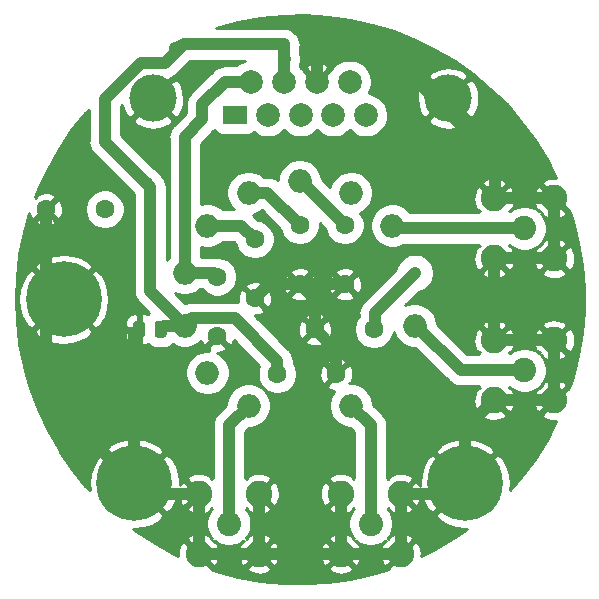
<source format=gbr>
%TF.GenerationSoftware,KiCad,Pcbnew,5.1.10*%
%TF.CreationDate,2022-05-03T17:12:01+02:00*%
%TF.ProjectId,breakoutPcb,62726561-6b6f-4757-9450-63622e6b6963,rev?*%
%TF.SameCoordinates,Original*%
%TF.FileFunction,Copper,L2,Bot*%
%TF.FilePolarity,Positive*%
%FSLAX46Y46*%
G04 Gerber Fmt 4.6, Leading zero omitted, Abs format (unit mm)*
G04 Created by KiCad (PCBNEW 5.1.10) date 2022-05-03 17:12:01*
%MOMM*%
%LPD*%
G01*
G04 APERTURE LIST*
%TA.AperFunction,ComponentPad*%
%ADD10C,6.400000*%
%TD*%
%TA.AperFunction,ComponentPad*%
%ADD11C,4.000000*%
%TD*%
%TA.AperFunction,ComponentPad*%
%ADD12C,2.000000*%
%TD*%
%TA.AperFunction,ComponentPad*%
%ADD13R,2.000000X1.600000*%
%TD*%
%TA.AperFunction,ComponentPad*%
%ADD14O,2.000000X2.000000*%
%TD*%
%TA.AperFunction,ComponentPad*%
%ADD15C,1.600000*%
%TD*%
%TA.AperFunction,ComponentPad*%
%ADD16C,2.250000*%
%TD*%
%TA.AperFunction,ComponentPad*%
%ADD17C,2.050000*%
%TD*%
%TA.AperFunction,Conductor*%
%ADD18C,1.000000*%
%TD*%
%TA.AperFunction,Conductor*%
%ADD19C,0.250000*%
%TD*%
%TA.AperFunction,Conductor*%
%ADD20C,0.254000*%
%TD*%
%TA.AperFunction,Conductor*%
%ADD21C,0.100000*%
%TD*%
G04 APERTURE END LIST*
D10*
%TO.P,REF\u002A\u002A,1*%
%TO.N,GND*%
X56200000Y-76200000D03*
%TD*%
D11*
%TO.P,J1,0*%
%TO.N,GND*%
X63760000Y-59200000D03*
X88760000Y-59200000D03*
D12*
%TO.P,J1,9*%
%TO.N,Net-(C2-Pad2)*%
X80415000Y-57780000D03*
%TO.P,J1,8*%
%TO.N,GND*%
X77645000Y-57780000D03*
%TO.P,J1,7*%
%TO.N,Net-(C7-Pad1)*%
X74875000Y-57780000D03*
%TO.P,J1,6*%
%TO.N,Net-(C6-Pad1)*%
X72105000Y-57780000D03*
%TO.P,J1,5*%
%TO.N,Net-(C1-Pad2)*%
X81800000Y-60620000D03*
%TO.P,J1,4*%
%TO.N,Net-(C3-Pad2)*%
X79030000Y-60620000D03*
%TO.P,J1,3*%
%TO.N,Net-(C5-Pad2)*%
X76260000Y-60620000D03*
%TO.P,J1,2*%
%TO.N,Net-(C4-Pad1)*%
X73490000Y-60620000D03*
D13*
%TO.P,J1,1*%
%TO.N,Net-(C8-Pad1)*%
X70720000Y-60620000D03*
%TD*%
D10*
%TO.P,REF\u002A\u002A,1*%
%TO.N,GND*%
X62200000Y-91800000D03*
%TD*%
%TO.P,REF\u002A\u002A,1*%
%TO.N,GND*%
X90200000Y-91800000D03*
%TD*%
D14*
%TO.P,CRT1,14*%
%TO.N,Net-(C1-Pad2)*%
X80538837Y-67190312D03*
%TO.P,CRT1,13*%
%TO.N,Net-(CRT1-Pad13)*%
X84018314Y-69965102D03*
%TO.P,CRT1,11*%
%TO.N,Net-(CRT1-Pad11)*%
X85949279Y-78425209D03*
%TO.P,CRT1,9*%
%TO.N,Net-(CRT1-Pad9)*%
X80538837Y-85209688D03*
%TO.P,CRT1,7*%
%TO.N,Net-(CRT1-Pad7)*%
X71861163Y-85209688D03*
%TO.P,CRT1,6*%
%TO.N,Net-(C8-Pad1)*%
X68381686Y-82434898D03*
%TO.P,CRT1,5*%
%TO.N,Net-(C7-Pad1)*%
X66450721Y-78425209D03*
%TO.P,CRT1,4*%
%TO.N,Net-(C6-Pad1)*%
X66450721Y-73974791D03*
%TO.P,CRT1,3*%
%TO.N,Net-(C4-Pad1)*%
X68381686Y-69965102D03*
%TO.P,CRT1,2*%
%TO.N,Net-(C5-Pad2)*%
X71861163Y-67190312D03*
%TO.P,CRT1,1*%
%TO.N,Net-(C3-Pad2)*%
X76200000Y-66200000D03*
%TD*%
D15*
%TO.P,C8,2*%
%TO.N,GND*%
X54690000Y-68580000D03*
%TO.P,C8,1*%
%TO.N,Net-(C8-Pad1)*%
X59690000Y-68580000D03*
%TD*%
%TO.P,C7,2*%
%TO.N,GND*%
X79295000Y-82550000D03*
%TO.P,C7,1*%
%TO.N,Net-(C7-Pad1)*%
X74295000Y-82550000D03*
%TD*%
%TO.P,C6,2*%
%TO.N,GND*%
X69215000Y-79295000D03*
%TO.P,C6,1*%
%TO.N,Net-(C6-Pad1)*%
X69215000Y-74295000D03*
%TD*%
%TO.P,C5,2*%
%TO.N,Net-(C5-Pad2)*%
X76200000Y-69930000D03*
%TO.P,C5,1*%
%TO.N,GND*%
X76200000Y-74930000D03*
%TD*%
%TO.P,C4,2*%
%TO.N,GND*%
X72390000Y-76120000D03*
%TO.P,C4,1*%
%TO.N,Net-(C4-Pad1)*%
X72390000Y-71120000D03*
%TD*%
%TO.P,C3,2*%
%TO.N,Net-(C3-Pad2)*%
X80010000Y-69930000D03*
%TO.P,C3,1*%
%TO.N,GND*%
X80010000Y-74930000D03*
%TD*%
%TO.P,C2,2*%
%TO.N,Net-(C2-Pad2)*%
X82470000Y-78740000D03*
%TO.P,C2,1*%
%TO.N,GND*%
X77470000Y-78740000D03*
%TD*%
%TO.P,JP2,2*%
%TO.N,GND*%
%TA.AperFunction,SMDPad,CuDef*%
G36*
G01*
X63100000Y-78289998D02*
X63100000Y-79190002D01*
G75*
G02*
X62850002Y-79440000I-249998J0D01*
G01*
X62324998Y-79440000D01*
G75*
G02*
X62075000Y-79190002I0J249998D01*
G01*
X62075000Y-78289998D01*
G75*
G02*
X62324998Y-78040000I249998J0D01*
G01*
X62850002Y-78040000D01*
G75*
G02*
X63100000Y-78289998I0J-249998D01*
G01*
G37*
%TD.AperFunction*%
%TO.P,JP2,1*%
%TO.N,Net-(C7-Pad1)*%
%TA.AperFunction,SMDPad,CuDef*%
G36*
G01*
X64925000Y-78289998D02*
X64925000Y-79190002D01*
G75*
G02*
X64675002Y-79440000I-249998J0D01*
G01*
X64149998Y-79440000D01*
G75*
G02*
X63900000Y-79190002I0J249998D01*
G01*
X63900000Y-78289998D01*
G75*
G02*
X64149998Y-78040000I249998J0D01*
G01*
X64675002Y-78040000D01*
G75*
G02*
X64925000Y-78289998I0J-249998D01*
G01*
G37*
%TD.AperFunction*%
%TD*%
D16*
%TO.P,J5,2*%
%TO.N,GND*%
X92660000Y-84740000D03*
X92660000Y-79660000D03*
X97740000Y-79660000D03*
X97740000Y-84740000D03*
D17*
%TO.P,J5,1*%
%TO.N,Net-(CRT1-Pad11)*%
X95200000Y-82200000D03*
%TD*%
D16*
%TO.P,J4,2*%
%TO.N,GND*%
X92660000Y-72740000D03*
X92660000Y-67660000D03*
X97740000Y-67660000D03*
X97740000Y-72740000D03*
D17*
%TO.P,J4,1*%
%TO.N,Net-(CRT1-Pad13)*%
X95200000Y-70200000D03*
%TD*%
D16*
%TO.P,J3,2*%
%TO.N,GND*%
X67660000Y-97740000D03*
X67660000Y-92660000D03*
X72740000Y-92660000D03*
X72740000Y-97740000D03*
D17*
%TO.P,J3,1*%
%TO.N,Net-(CRT1-Pad7)*%
X70200000Y-95200000D03*
%TD*%
D16*
%TO.P,J2,2*%
%TO.N,GND*%
X79660000Y-97740000D03*
X79660000Y-92660000D03*
X84740000Y-92660000D03*
X84740000Y-97740000D03*
D17*
%TO.P,J2,1*%
%TO.N,Net-(CRT1-Pad9)*%
X82200000Y-95200000D03*
%TD*%
D18*
%TO.N,Net-(C2-Pad2)*%
X85949279Y-73974791D02*
X82550000Y-77374070D01*
X82550000Y-78660000D02*
X82470000Y-78740000D01*
X82550000Y-77374070D02*
X82550000Y-78660000D01*
%TO.N,Net-(C3-Pad2)*%
X76280000Y-66200000D02*
X80010000Y-69930000D01*
X76200000Y-66200000D02*
X76280000Y-66200000D01*
%TO.N,Net-(C4-Pad1)*%
X71235102Y-69965102D02*
X72390000Y-71120000D01*
X68381686Y-69965102D02*
X71235102Y-69965102D01*
D19*
%TO.N,GND*%
X92625010Y-79690000D02*
X92710000Y-79690000D01*
X92710000Y-80330000D02*
X92529999Y-80510001D01*
X92710000Y-67310000D02*
X97790000Y-67310000D01*
X97790000Y-67310000D02*
X97790000Y-72390000D01*
X97790000Y-72390000D02*
X92710000Y-72390000D01*
X92710000Y-74930000D02*
X92710000Y-72390000D01*
X88700000Y-60810000D02*
X82550000Y-54660000D01*
X92710000Y-64820000D02*
X88700000Y-60810000D01*
X92710000Y-67310000D02*
X92710000Y-64820000D01*
X63500000Y-92710000D02*
X68580000Y-92710000D01*
X92710000Y-76200000D02*
X92710000Y-74930000D01*
X92705000Y-76195000D02*
X92710000Y-76200000D01*
X92710000Y-80010000D02*
X92710000Y-76200000D01*
X92710000Y-80010000D02*
X97790000Y-80010000D01*
X97790000Y-80010000D02*
X97790000Y-85090000D01*
X97790000Y-85090000D02*
X92710000Y-85090000D01*
D18*
X89340000Y-92660000D02*
X90200000Y-91800000D01*
X84740000Y-92660000D02*
X89340000Y-92660000D01*
X90200000Y-87200000D02*
X92660000Y-84740000D01*
X90200000Y-91800000D02*
X90200000Y-87200000D01*
X92660000Y-67660000D02*
X97740000Y-67660000D01*
X97740000Y-67660000D02*
X97740000Y-72740000D01*
X97740000Y-72740000D02*
X92660000Y-72740000D01*
X92660000Y-79660000D02*
X97740000Y-79660000D01*
X97740000Y-79660000D02*
X97740000Y-84740000D01*
X97740000Y-84740000D02*
X92660000Y-84740000D01*
X77470000Y-76200000D02*
X76200000Y-74930000D01*
X77470000Y-78740000D02*
X77470000Y-76200000D01*
X76200000Y-74930000D02*
X80010000Y-74930000D01*
X73580000Y-74930000D02*
X72390000Y-76120000D01*
X76200000Y-74930000D02*
X73580000Y-74930000D01*
X79295000Y-80565000D02*
X77470000Y-78740000D01*
X79295000Y-82550000D02*
X79295000Y-80565000D01*
X92444790Y-72524790D02*
X92660000Y-72740000D01*
X77645000Y-55070000D02*
X78055000Y-54660000D01*
X77645000Y-57780000D02*
X77645000Y-55070000D01*
X82550000Y-54660000D02*
X78055000Y-54660000D01*
X82550000Y-54660000D02*
X83235000Y-54660000D01*
X83235000Y-54660000D02*
X92710000Y-64135000D01*
X92710000Y-67610000D02*
X92660000Y-67660000D01*
X92710000Y-64135000D02*
X92710000Y-67610000D01*
X84740000Y-92660000D02*
X84740000Y-97740000D01*
X84740000Y-97740000D02*
X67660000Y-97740000D01*
X79660000Y-97740000D02*
X79660000Y-92660000D01*
X72740000Y-97740000D02*
X72740000Y-92660000D01*
X67660000Y-97740000D02*
X67660000Y-92660000D01*
X63060000Y-92660000D02*
X62200000Y-91800000D01*
X67660000Y-92660000D02*
X63060000Y-92660000D01*
X62200000Y-79127500D02*
X62587500Y-78740000D01*
X62200000Y-91800000D02*
X62200000Y-79127500D01*
X54690000Y-84290000D02*
X62200000Y-91800000D01*
X54690000Y-68580000D02*
X54690000Y-84290000D01*
X92660000Y-78690000D02*
X92660000Y-79660000D01*
X92660000Y-72740000D02*
X92660000Y-78690000D01*
%TO.N,Net-(C5-Pad2)*%
X73460312Y-67190312D02*
X76200000Y-69930000D01*
X71861163Y-67190312D02*
X73460312Y-67190312D01*
D19*
%TO.N,Net-(C6-Pad1)*%
X70490000Y-57780000D02*
X72105000Y-57780000D01*
D18*
X66460001Y-73965511D02*
X66460001Y-62444999D01*
X66450721Y-73974791D02*
X66460001Y-73965511D01*
X66460001Y-62444999D02*
X67945000Y-60960000D01*
X67945000Y-60960000D02*
X67945000Y-59690000D01*
X69855000Y-57780000D02*
X72105000Y-57780000D01*
X67945000Y-59690000D02*
X69855000Y-57780000D01*
X68894791Y-73974791D02*
X69215000Y-74295000D01*
X66450721Y-73974791D02*
X68894791Y-73974791D01*
D19*
%TO.N,Net-(C7-Pad1)*%
X63500000Y-75474488D02*
X63500000Y-66040000D01*
D18*
X74875000Y-55935000D02*
X74930000Y-55880000D01*
X74875000Y-57780000D02*
X74875000Y-55935000D01*
X74875000Y-55935000D02*
X74875000Y-54665000D01*
X74820000Y-54610000D02*
X66365190Y-54610000D01*
X74875000Y-54665000D02*
X74820000Y-54610000D01*
X65945145Y-54805785D02*
X65672731Y-54938506D01*
X66219210Y-54676564D02*
X65945145Y-54805785D01*
X66365190Y-54610000D02*
X66219210Y-54676564D01*
X64803986Y-56171204D02*
X62792794Y-56171204D01*
X62792794Y-56171204D02*
X59690000Y-59273998D01*
X66365190Y-54610000D02*
X64803986Y-56171204D01*
X59690000Y-59273998D02*
X59690000Y-62865000D01*
X63545256Y-66720256D02*
X63545256Y-75519744D01*
X59690000Y-62865000D02*
X63545256Y-66720256D01*
D19*
X63500000Y-75474488D02*
X63545256Y-75519744D01*
D18*
X66450721Y-78425209D02*
X63545256Y-75519744D01*
X64727291Y-78425209D02*
X64412500Y-78740000D01*
X66450721Y-78425209D02*
X64727291Y-78425209D01*
X67080931Y-77794999D02*
X70671369Y-77794999D01*
X74295000Y-81418630D02*
X74295000Y-82550000D01*
X70671369Y-77794999D02*
X74295000Y-81418630D01*
X66450721Y-78425209D02*
X67080931Y-77794999D01*
D19*
%TO.N,Net-(CRT1-Pad13)*%
X94850000Y-69850000D02*
X95200000Y-70200000D01*
D18*
X84253212Y-70200000D02*
X84018314Y-69965102D01*
X95200000Y-70200000D02*
X84253212Y-70200000D01*
%TO.N,Net-(CRT1-Pad11)*%
X95200000Y-82200000D02*
X89820000Y-82200000D01*
X86045209Y-78425209D02*
X85949279Y-78425209D01*
X89820000Y-82200000D02*
X86045209Y-78425209D01*
%TO.N,Net-(CRT1-Pad9)*%
X82200000Y-86870851D02*
X80538837Y-85209688D01*
X82200000Y-95200000D02*
X82200000Y-86870851D01*
%TO.N,Net-(CRT1-Pad7)*%
X70200000Y-86870851D02*
X71861163Y-85209688D01*
X70200000Y-95200000D02*
X70200000Y-86870851D01*
%TD*%
D20*
%TO.N,GND*%
X78586855Y-52270745D02*
X80480493Y-52536026D01*
X82347069Y-52950917D01*
X84174780Y-53512797D01*
X85952073Y-54218113D01*
X87667710Y-55062405D01*
X89310844Y-56040335D01*
X90871087Y-57145722D01*
X92338575Y-58371576D01*
X93704030Y-59710147D01*
X94958818Y-61152972D01*
X96095007Y-62690930D01*
X97105414Y-64314296D01*
X97929806Y-65908673D01*
X97682350Y-65892424D01*
X97338620Y-65937634D01*
X97010315Y-66049034D01*
X96805921Y-66158286D01*
X96695074Y-66435469D01*
X97740000Y-67480395D01*
X97754143Y-67466253D01*
X97933748Y-67645858D01*
X97919605Y-67660000D01*
X98964531Y-68704926D01*
X99022530Y-68681732D01*
X99322270Y-69591904D01*
X99774191Y-71449861D01*
X100077069Y-73337851D01*
X100228988Y-75243935D01*
X100228988Y-77156065D01*
X100077069Y-79062149D01*
X99774191Y-80950139D01*
X99322270Y-82808096D01*
X99022530Y-83718268D01*
X98964531Y-83695074D01*
X97919605Y-84740000D01*
X97933748Y-84754143D01*
X97754143Y-84933748D01*
X97740000Y-84919605D01*
X96695074Y-85964531D01*
X96805921Y-86241714D01*
X97116840Y-86395089D01*
X97451705Y-86484860D01*
X97797650Y-86507576D01*
X97930435Y-86490111D01*
X97105414Y-88085704D01*
X96095007Y-89709070D01*
X94958818Y-91247028D01*
X93998183Y-92351619D01*
X94053480Y-91824305D01*
X93984178Y-91072062D01*
X93769452Y-90347792D01*
X93417555Y-89679330D01*
X93390548Y-89638912D01*
X92900881Y-89278724D01*
X90379605Y-91800000D01*
X90393748Y-91814143D01*
X90214143Y-91993748D01*
X90200000Y-91979605D01*
X87678724Y-94500881D01*
X88038912Y-94990548D01*
X88702882Y-95350849D01*
X89424385Y-95574694D01*
X90175695Y-95653480D01*
X90327336Y-95639510D01*
X89310844Y-96359665D01*
X87667710Y-97337595D01*
X86492229Y-97916068D01*
X86507576Y-97682350D01*
X86462366Y-97338620D01*
X86350966Y-97010315D01*
X86241714Y-96805921D01*
X85964531Y-96695074D01*
X84919605Y-97740000D01*
X84933748Y-97754143D01*
X84754143Y-97933748D01*
X84740000Y-97919605D01*
X83695074Y-98964531D01*
X83720054Y-99026996D01*
X82347069Y-99449083D01*
X80480493Y-99863974D01*
X78586855Y-100129255D01*
X76678127Y-100243246D01*
X74766375Y-100205229D01*
X72863688Y-100015443D01*
X70982094Y-99675088D01*
X69133489Y-99186316D01*
X68679983Y-99026904D01*
X68704926Y-98964531D01*
X71695074Y-98964531D01*
X71805921Y-99241714D01*
X72116840Y-99395089D01*
X72451705Y-99484860D01*
X72797650Y-99507576D01*
X73141380Y-99462366D01*
X73469685Y-99350966D01*
X73674079Y-99241714D01*
X73784926Y-98964531D01*
X78615074Y-98964531D01*
X78725921Y-99241714D01*
X79036840Y-99395089D01*
X79371705Y-99484860D01*
X79717650Y-99507576D01*
X80061380Y-99462366D01*
X80389685Y-99350966D01*
X80594079Y-99241714D01*
X80704926Y-98964531D01*
X79660000Y-97919605D01*
X78615074Y-98964531D01*
X73784926Y-98964531D01*
X72740000Y-97919605D01*
X71695074Y-98964531D01*
X68704926Y-98964531D01*
X67660000Y-97919605D01*
X67645858Y-97933748D01*
X67466253Y-97754143D01*
X67480395Y-97740000D01*
X66435469Y-96695074D01*
X66158286Y-96805921D01*
X66004911Y-97116840D01*
X65915140Y-97451705D01*
X65892424Y-97797650D01*
X65908765Y-97921894D01*
X65581714Y-97776800D01*
X63901000Y-96864968D01*
X62298044Y-95822485D01*
X62063229Y-95641686D01*
X62175695Y-95653480D01*
X62927938Y-95584178D01*
X63652208Y-95369452D01*
X64320670Y-95017555D01*
X64361088Y-94990548D01*
X64721276Y-94500881D01*
X62200000Y-91979605D01*
X62185858Y-91993748D01*
X62006253Y-91814143D01*
X62020395Y-91800000D01*
X62379605Y-91800000D01*
X64900881Y-94321276D01*
X65390548Y-93961088D01*
X65750849Y-93297118D01*
X65903798Y-92804128D01*
X65937634Y-93061380D01*
X66049034Y-93389685D01*
X66158286Y-93594079D01*
X66435469Y-93704926D01*
X67480395Y-92660000D01*
X66435469Y-91615074D01*
X66158286Y-91725921D01*
X66038288Y-91969179D01*
X66053480Y-91824305D01*
X66017658Y-91435469D01*
X66615074Y-91435469D01*
X67660000Y-92480395D01*
X67674143Y-92466253D01*
X67853748Y-92645858D01*
X67839605Y-92660000D01*
X67853748Y-92674143D01*
X67674143Y-92853748D01*
X67660000Y-92839605D01*
X66615074Y-93884531D01*
X66725921Y-94161714D01*
X67036840Y-94315089D01*
X67371705Y-94404860D01*
X67717650Y-94427576D01*
X68061380Y-94382366D01*
X68389685Y-94270966D01*
X68594079Y-94161714D01*
X68704925Y-93884533D01*
X68765279Y-93944887D01*
X68722620Y-93987546D01*
X68514469Y-94299065D01*
X68371093Y-94645207D01*
X68298000Y-95012669D01*
X68298000Y-95387331D01*
X68371093Y-95754793D01*
X68514469Y-96100935D01*
X68722620Y-96412454D01*
X68765279Y-96455113D01*
X68704925Y-96515467D01*
X68594079Y-96238286D01*
X68283160Y-96084911D01*
X67948295Y-95995140D01*
X67602350Y-95972424D01*
X67258620Y-96017634D01*
X66930315Y-96129034D01*
X66725921Y-96238286D01*
X66615074Y-96515469D01*
X67660000Y-97560395D01*
X67674143Y-97546253D01*
X67853748Y-97725858D01*
X67839605Y-97740000D01*
X68884531Y-98784926D01*
X69161714Y-98674079D01*
X69315089Y-98363160D01*
X69404860Y-98028295D01*
X69427576Y-97682350D01*
X69382366Y-97338620D01*
X69270966Y-97010315D01*
X69161714Y-96805921D01*
X68884533Y-96695075D01*
X68944887Y-96634721D01*
X68987546Y-96677380D01*
X69299065Y-96885531D01*
X69645207Y-97028907D01*
X70012669Y-97102000D01*
X70387331Y-97102000D01*
X70754793Y-97028907D01*
X71100935Y-96885531D01*
X71412454Y-96677380D01*
X71455113Y-96634721D01*
X71515467Y-96695075D01*
X71238286Y-96805921D01*
X71084911Y-97116840D01*
X70995140Y-97451705D01*
X70972424Y-97797650D01*
X71017634Y-98141380D01*
X71129034Y-98469685D01*
X71238286Y-98674079D01*
X71515469Y-98784926D01*
X72560395Y-97740000D01*
X72919605Y-97740000D01*
X73964531Y-98784926D01*
X74241714Y-98674079D01*
X74395089Y-98363160D01*
X74484860Y-98028295D01*
X74500004Y-97797650D01*
X77892424Y-97797650D01*
X77937634Y-98141380D01*
X78049034Y-98469685D01*
X78158286Y-98674079D01*
X78435469Y-98784926D01*
X79480395Y-97740000D01*
X78435469Y-96695074D01*
X78158286Y-96805921D01*
X78004911Y-97116840D01*
X77915140Y-97451705D01*
X77892424Y-97797650D01*
X74500004Y-97797650D01*
X74507576Y-97682350D01*
X74462366Y-97338620D01*
X74350966Y-97010315D01*
X74241714Y-96805921D01*
X73964531Y-96695074D01*
X72919605Y-97740000D01*
X72560395Y-97740000D01*
X72546253Y-97725858D01*
X72725858Y-97546253D01*
X72740000Y-97560395D01*
X73784926Y-96515469D01*
X73674079Y-96238286D01*
X73363160Y-96084911D01*
X73028295Y-95995140D01*
X72682350Y-95972424D01*
X72338620Y-96017634D01*
X72010315Y-96129034D01*
X71805921Y-96238286D01*
X71695075Y-96515467D01*
X71634721Y-96455113D01*
X71677380Y-96412454D01*
X71885531Y-96100935D01*
X72028907Y-95754793D01*
X72102000Y-95387331D01*
X72102000Y-95012669D01*
X72028907Y-94645207D01*
X71885531Y-94299065D01*
X71677380Y-93987546D01*
X71634721Y-93944887D01*
X71695075Y-93884533D01*
X71805921Y-94161714D01*
X72116840Y-94315089D01*
X72451705Y-94404860D01*
X72797650Y-94427576D01*
X73141380Y-94382366D01*
X73469685Y-94270966D01*
X73674079Y-94161714D01*
X73784926Y-93884531D01*
X72740000Y-92839605D01*
X72725858Y-92853748D01*
X72546253Y-92674143D01*
X72560395Y-92660000D01*
X72919605Y-92660000D01*
X73964531Y-93704926D01*
X74241714Y-93594079D01*
X74395089Y-93283160D01*
X74484860Y-92948295D01*
X74500004Y-92717650D01*
X77892424Y-92717650D01*
X77937634Y-93061380D01*
X78049034Y-93389685D01*
X78158286Y-93594079D01*
X78435469Y-93704926D01*
X79480395Y-92660000D01*
X78435469Y-91615074D01*
X78158286Y-91725921D01*
X78004911Y-92036840D01*
X77915140Y-92371705D01*
X77892424Y-92717650D01*
X74500004Y-92717650D01*
X74507576Y-92602350D01*
X74462366Y-92258620D01*
X74350966Y-91930315D01*
X74241714Y-91725921D01*
X73964531Y-91615074D01*
X72919605Y-92660000D01*
X72560395Y-92660000D01*
X72546253Y-92645858D01*
X72725858Y-92466253D01*
X72740000Y-92480395D01*
X73784926Y-91435469D01*
X73674079Y-91158286D01*
X73363160Y-91004911D01*
X73028295Y-90915140D01*
X72682350Y-90892424D01*
X72338620Y-90937634D01*
X72010315Y-91049034D01*
X71805921Y-91158286D01*
X71695075Y-91435467D01*
X71579709Y-91320101D01*
X71577000Y-91322810D01*
X71577000Y-87441222D01*
X71931534Y-87086688D01*
X72046031Y-87086688D01*
X72408664Y-87014556D01*
X72750256Y-86873064D01*
X73057681Y-86667649D01*
X73319124Y-86406206D01*
X73524539Y-86098781D01*
X73666031Y-85757189D01*
X73738163Y-85394556D01*
X73738163Y-85024820D01*
X73666031Y-84662187D01*
X73524539Y-84320595D01*
X73319124Y-84013170D01*
X73057681Y-83751727D01*
X72750256Y-83546312D01*
X72408664Y-83404820D01*
X72046031Y-83332688D01*
X71676295Y-83332688D01*
X71313662Y-83404820D01*
X70972070Y-83546312D01*
X70664645Y-83751727D01*
X70403202Y-84013170D01*
X70197787Y-84320595D01*
X70056295Y-84662187D01*
X69984163Y-85024820D01*
X69984163Y-85139317D01*
X69274145Y-85849335D01*
X69221604Y-85892454D01*
X69178487Y-85944993D01*
X69178486Y-85944994D01*
X69049528Y-86102130D01*
X68921663Y-86341347D01*
X68842925Y-86600912D01*
X68816338Y-86870851D01*
X68823001Y-86938501D01*
X68823000Y-91322810D01*
X68820291Y-91320101D01*
X68704925Y-91435467D01*
X68594079Y-91158286D01*
X68283160Y-91004911D01*
X67948295Y-90915140D01*
X67602350Y-90892424D01*
X67258620Y-90937634D01*
X66930315Y-91049034D01*
X66725921Y-91158286D01*
X66615074Y-91435469D01*
X66017658Y-91435469D01*
X65984178Y-91072062D01*
X65769452Y-90347792D01*
X65417555Y-89679330D01*
X65390548Y-89638912D01*
X64900881Y-89278724D01*
X62379605Y-91800000D01*
X62020395Y-91800000D01*
X59499119Y-89278724D01*
X59009452Y-89638912D01*
X58649151Y-90302882D01*
X58425306Y-91024385D01*
X58346520Y-91775695D01*
X58399158Y-92347059D01*
X58054230Y-91980917D01*
X56857795Y-90489346D01*
X55913806Y-89099119D01*
X59678724Y-89099119D01*
X62200000Y-91620395D01*
X64721276Y-89099119D01*
X64361088Y-88609452D01*
X63697118Y-88249151D01*
X62975615Y-88025306D01*
X62224305Y-87946520D01*
X61472062Y-88015822D01*
X60747792Y-88230548D01*
X60079330Y-88582445D01*
X60038912Y-88609452D01*
X59678724Y-89099119D01*
X55913806Y-89099119D01*
X55783648Y-88907434D01*
X54838580Y-87245181D01*
X54028565Y-85513097D01*
X53358725Y-83722133D01*
X52938015Y-82250030D01*
X66504686Y-82250030D01*
X66504686Y-82619766D01*
X66576818Y-82982399D01*
X66718310Y-83323991D01*
X66923725Y-83631416D01*
X67185168Y-83892859D01*
X67492593Y-84098274D01*
X67834185Y-84239766D01*
X68196818Y-84311898D01*
X68566554Y-84311898D01*
X68929187Y-84239766D01*
X69270779Y-84098274D01*
X69578204Y-83892859D01*
X69839647Y-83631416D01*
X70045062Y-83323991D01*
X70186554Y-82982399D01*
X70258686Y-82619766D01*
X70258686Y-82250030D01*
X70186554Y-81887397D01*
X70045062Y-81545805D01*
X69839647Y-81238380D01*
X69578204Y-80976937D01*
X69270779Y-80771522D01*
X69169301Y-80729489D01*
X69285512Y-80735217D01*
X69565130Y-80693787D01*
X69831292Y-80598603D01*
X69956514Y-80531671D01*
X70028097Y-80287702D01*
X69215000Y-79474605D01*
X68401903Y-80287702D01*
X68473486Y-80531671D01*
X68528914Y-80557898D01*
X68196818Y-80557898D01*
X67834185Y-80630030D01*
X67492593Y-80771522D01*
X67185168Y-80976937D01*
X66923725Y-81238380D01*
X66718310Y-81545805D01*
X66576818Y-81887397D01*
X66504686Y-82250030D01*
X52938015Y-82250030D01*
X52833296Y-81883611D01*
X52455598Y-80009156D01*
X52322749Y-78900881D01*
X53678724Y-78900881D01*
X54038912Y-79390548D01*
X54702882Y-79750849D01*
X55424385Y-79974694D01*
X56175695Y-80053480D01*
X56927938Y-79984178D01*
X57652208Y-79769452D01*
X58278033Y-79440000D01*
X61436928Y-79440000D01*
X61449188Y-79564482D01*
X61485498Y-79684180D01*
X61544463Y-79794494D01*
X61623815Y-79891185D01*
X61720506Y-79970537D01*
X61830820Y-80029502D01*
X61950518Y-80065812D01*
X62075000Y-80078072D01*
X62301750Y-80075000D01*
X62460500Y-79916250D01*
X62460500Y-78867000D01*
X61598750Y-78867000D01*
X61440000Y-79025750D01*
X61436928Y-79440000D01*
X58278033Y-79440000D01*
X58320670Y-79417555D01*
X58361088Y-79390548D01*
X58721276Y-78900881D01*
X56200000Y-76379605D01*
X53678724Y-78900881D01*
X52322749Y-78900881D01*
X52228020Y-78110618D01*
X52152000Y-76200000D01*
X52152967Y-76175695D01*
X52346520Y-76175695D01*
X52415822Y-76927938D01*
X52630548Y-77652208D01*
X52982445Y-78320670D01*
X53009452Y-78361088D01*
X53499119Y-78721276D01*
X56020395Y-76200000D01*
X56379605Y-76200000D01*
X58900881Y-78721276D01*
X59390548Y-78361088D01*
X59564785Y-78040000D01*
X61436928Y-78040000D01*
X61440000Y-78454250D01*
X61598750Y-78613000D01*
X62460500Y-78613000D01*
X62460500Y-77563750D01*
X62301750Y-77405000D01*
X62075000Y-77401928D01*
X61950518Y-77414188D01*
X61830820Y-77450498D01*
X61720506Y-77509463D01*
X61623815Y-77588815D01*
X61544463Y-77685506D01*
X61485498Y-77795820D01*
X61449188Y-77915518D01*
X61436928Y-78040000D01*
X59564785Y-78040000D01*
X59750849Y-77697118D01*
X59974694Y-76975615D01*
X60053480Y-76224305D01*
X59984178Y-75472062D01*
X59769452Y-74747792D01*
X59417555Y-74079330D01*
X59390548Y-74038912D01*
X58900881Y-73678724D01*
X56379605Y-76200000D01*
X56020395Y-76200000D01*
X53499119Y-73678724D01*
X53009452Y-74038912D01*
X52649151Y-74702882D01*
X52425306Y-75424385D01*
X52346520Y-76175695D01*
X52152967Y-76175695D01*
X52228020Y-74289382D01*
X52322748Y-73499119D01*
X53678724Y-73499119D01*
X56200000Y-76020395D01*
X58721276Y-73499119D01*
X58361088Y-73009452D01*
X57697118Y-72649151D01*
X56975615Y-72425306D01*
X56224305Y-72346520D01*
X55472062Y-72415822D01*
X54747792Y-72630548D01*
X54079330Y-72982445D01*
X54038912Y-73009452D01*
X53678724Y-73499119D01*
X52322748Y-73499119D01*
X52455598Y-72390844D01*
X52833296Y-70516389D01*
X53102991Y-69572702D01*
X53876903Y-69572702D01*
X53948486Y-69816671D01*
X54203996Y-69937571D01*
X54478184Y-70006300D01*
X54760512Y-70020217D01*
X55040130Y-69978787D01*
X55306292Y-69883603D01*
X55431514Y-69816671D01*
X55503097Y-69572702D01*
X54690000Y-68759605D01*
X53876903Y-69572702D01*
X53102991Y-69572702D01*
X53289649Y-68919571D01*
X53291213Y-68930130D01*
X53386397Y-69196292D01*
X53453329Y-69321514D01*
X53697298Y-69393097D01*
X54510395Y-68580000D01*
X54869605Y-68580000D01*
X55682702Y-69393097D01*
X55926671Y-69321514D01*
X56047571Y-69066004D01*
X56116300Y-68791816D01*
X56130217Y-68509488D01*
X56116192Y-68414830D01*
X58013000Y-68414830D01*
X58013000Y-68745170D01*
X58077446Y-69069163D01*
X58203862Y-69374357D01*
X58387389Y-69649025D01*
X58620975Y-69882611D01*
X58895643Y-70066138D01*
X59200837Y-70192554D01*
X59524830Y-70257000D01*
X59855170Y-70257000D01*
X60179163Y-70192554D01*
X60484357Y-70066138D01*
X60759025Y-69882611D01*
X60992611Y-69649025D01*
X61176138Y-69374357D01*
X61302554Y-69069163D01*
X61367000Y-68745170D01*
X61367000Y-68414830D01*
X61302554Y-68090837D01*
X61176138Y-67785643D01*
X60992611Y-67510975D01*
X60759025Y-67277389D01*
X60484357Y-67093862D01*
X60179163Y-66967446D01*
X59855170Y-66903000D01*
X59524830Y-66903000D01*
X59200837Y-66967446D01*
X58895643Y-67093862D01*
X58620975Y-67277389D01*
X58387389Y-67510975D01*
X58203862Y-67785643D01*
X58077446Y-68090837D01*
X58013000Y-68414830D01*
X56116192Y-68414830D01*
X56088787Y-68229870D01*
X55993603Y-67963708D01*
X55926671Y-67838486D01*
X55682702Y-67766903D01*
X54869605Y-68580000D01*
X54510395Y-68580000D01*
X54496253Y-68565858D01*
X54675858Y-68386253D01*
X54690000Y-68400395D01*
X55503097Y-67587298D01*
X55431514Y-67343329D01*
X55176004Y-67222429D01*
X54901816Y-67153700D01*
X54619488Y-67139783D01*
X54339870Y-67181213D01*
X54073708Y-67276397D01*
X53948486Y-67343329D01*
X53876903Y-67587296D01*
X53796633Y-67507026D01*
X54028565Y-66886903D01*
X54838580Y-65154819D01*
X55783648Y-63492566D01*
X56857795Y-61910654D01*
X58054230Y-60419083D01*
X58313000Y-60144398D01*
X58313001Y-62797351D01*
X58306338Y-62865000D01*
X58332925Y-63134939D01*
X58411663Y-63394504D01*
X58411664Y-63394505D01*
X58539528Y-63633721D01*
X58711604Y-63843397D01*
X58764146Y-63886517D01*
X62168256Y-67290628D01*
X62168257Y-75452094D01*
X62161594Y-75519744D01*
X62188181Y-75789683D01*
X62266919Y-76049248D01*
X62381211Y-76263071D01*
X62394784Y-76288465D01*
X62566860Y-76498141D01*
X62619402Y-76541261D01*
X63469902Y-77391762D01*
X63376974Y-77468027D01*
X63344180Y-77450498D01*
X63224482Y-77414188D01*
X63100000Y-77401928D01*
X62873250Y-77405000D01*
X62714500Y-77563750D01*
X62714500Y-78613000D01*
X62734500Y-78613000D01*
X62734500Y-78867000D01*
X62714500Y-78867000D01*
X62714500Y-79916250D01*
X62873250Y-80075000D01*
X63100000Y-80078072D01*
X63224482Y-80065812D01*
X63344180Y-80029502D01*
X63376974Y-80011973D01*
X63521514Y-80130595D01*
X63717091Y-80235132D01*
X63929304Y-80299507D01*
X64149998Y-80321243D01*
X64675002Y-80321243D01*
X64895696Y-80299507D01*
X65107909Y-80235132D01*
X65303486Y-80130595D01*
X65447552Y-80012362D01*
X65561628Y-80088585D01*
X65903220Y-80230077D01*
X66265853Y-80302209D01*
X66635589Y-80302209D01*
X66998222Y-80230077D01*
X67339814Y-80088585D01*
X67647239Y-79883170D01*
X67834406Y-79696003D01*
X67911397Y-79911292D01*
X67978329Y-80036514D01*
X68222298Y-80108097D01*
X69035395Y-79295000D01*
X69021253Y-79280858D01*
X69130111Y-79171999D01*
X69299889Y-79171999D01*
X69408748Y-79280858D01*
X69394605Y-79295000D01*
X70207702Y-80108097D01*
X70451671Y-80036514D01*
X70572571Y-79781004D01*
X70600116Y-79671117D01*
X72772478Y-81843480D01*
X72682446Y-82060837D01*
X72618000Y-82384830D01*
X72618000Y-82715170D01*
X72682446Y-83039163D01*
X72808862Y-83344357D01*
X72992389Y-83619025D01*
X73225975Y-83852611D01*
X73500643Y-84036138D01*
X73805837Y-84162554D01*
X74129830Y-84227000D01*
X74460170Y-84227000D01*
X74784163Y-84162554D01*
X75089357Y-84036138D01*
X75364025Y-83852611D01*
X75597611Y-83619025D01*
X75648608Y-83542702D01*
X78481903Y-83542702D01*
X78553486Y-83786671D01*
X78808996Y-83907571D01*
X79083184Y-83976300D01*
X79116122Y-83977924D01*
X79080876Y-84013170D01*
X78875461Y-84320595D01*
X78733969Y-84662187D01*
X78661837Y-85024820D01*
X78661837Y-85394556D01*
X78733969Y-85757189D01*
X78875461Y-86098781D01*
X79080876Y-86406206D01*
X79342319Y-86667649D01*
X79649744Y-86873064D01*
X79991336Y-87014556D01*
X80353969Y-87086688D01*
X80468465Y-87086688D01*
X80823001Y-87441224D01*
X80823000Y-91322810D01*
X80820291Y-91320101D01*
X80704925Y-91435467D01*
X80594079Y-91158286D01*
X80283160Y-91004911D01*
X79948295Y-90915140D01*
X79602350Y-90892424D01*
X79258620Y-90937634D01*
X78930315Y-91049034D01*
X78725921Y-91158286D01*
X78615074Y-91435469D01*
X79660000Y-92480395D01*
X79674143Y-92466253D01*
X79853748Y-92645858D01*
X79839605Y-92660000D01*
X79853748Y-92674143D01*
X79674143Y-92853748D01*
X79660000Y-92839605D01*
X78615074Y-93884531D01*
X78725921Y-94161714D01*
X79036840Y-94315089D01*
X79371705Y-94404860D01*
X79717650Y-94427576D01*
X80061380Y-94382366D01*
X80389685Y-94270966D01*
X80594079Y-94161714D01*
X80704925Y-93884533D01*
X80765279Y-93944887D01*
X80722620Y-93987546D01*
X80514469Y-94299065D01*
X80371093Y-94645207D01*
X80298000Y-95012669D01*
X80298000Y-95387331D01*
X80371093Y-95754793D01*
X80514469Y-96100935D01*
X80722620Y-96412454D01*
X80765279Y-96455113D01*
X80704925Y-96515467D01*
X80594079Y-96238286D01*
X80283160Y-96084911D01*
X79948295Y-95995140D01*
X79602350Y-95972424D01*
X79258620Y-96017634D01*
X78930315Y-96129034D01*
X78725921Y-96238286D01*
X78615074Y-96515469D01*
X79660000Y-97560395D01*
X79674143Y-97546253D01*
X79853748Y-97725858D01*
X79839605Y-97740000D01*
X80884531Y-98784926D01*
X81161714Y-98674079D01*
X81315089Y-98363160D01*
X81404860Y-98028295D01*
X81427576Y-97682350D01*
X81382366Y-97338620D01*
X81270966Y-97010315D01*
X81161714Y-96805921D01*
X80884533Y-96695075D01*
X80944887Y-96634721D01*
X80987546Y-96677380D01*
X81299065Y-96885531D01*
X81645207Y-97028907D01*
X82012669Y-97102000D01*
X82387331Y-97102000D01*
X82754793Y-97028907D01*
X83100935Y-96885531D01*
X83412454Y-96677380D01*
X83455113Y-96634721D01*
X83515467Y-96695075D01*
X83238286Y-96805921D01*
X83084911Y-97116840D01*
X82995140Y-97451705D01*
X82972424Y-97797650D01*
X83017634Y-98141380D01*
X83129034Y-98469685D01*
X83238286Y-98674079D01*
X83515469Y-98784926D01*
X84560395Y-97740000D01*
X84546253Y-97725858D01*
X84725858Y-97546253D01*
X84740000Y-97560395D01*
X85784926Y-96515469D01*
X85674079Y-96238286D01*
X85363160Y-96084911D01*
X85028295Y-95995140D01*
X84682350Y-95972424D01*
X84338620Y-96017634D01*
X84010315Y-96129034D01*
X83805921Y-96238286D01*
X83695075Y-96515467D01*
X83634721Y-96455113D01*
X83677380Y-96412454D01*
X83885531Y-96100935D01*
X84028907Y-95754793D01*
X84102000Y-95387331D01*
X84102000Y-95012669D01*
X84028907Y-94645207D01*
X83885531Y-94299065D01*
X83677380Y-93987546D01*
X83634721Y-93944887D01*
X83695075Y-93884533D01*
X83805921Y-94161714D01*
X84116840Y-94315089D01*
X84451705Y-94404860D01*
X84797650Y-94427576D01*
X85141380Y-94382366D01*
X85469685Y-94270966D01*
X85674079Y-94161714D01*
X85784926Y-93884531D01*
X84740000Y-92839605D01*
X84725858Y-92853748D01*
X84546253Y-92674143D01*
X84560395Y-92660000D01*
X84919605Y-92660000D01*
X85964531Y-93704926D01*
X86241714Y-93594079D01*
X86395089Y-93283160D01*
X86484860Y-92948295D01*
X86494939Y-92794800D01*
X86630548Y-93252208D01*
X86982445Y-93920670D01*
X87009452Y-93961088D01*
X87499119Y-94321276D01*
X90020395Y-91800000D01*
X87499119Y-89278724D01*
X87009452Y-89638912D01*
X86649151Y-90302882D01*
X86425306Y-91024385D01*
X86346520Y-91775695D01*
X86364417Y-91969955D01*
X86350966Y-91930315D01*
X86241714Y-91725921D01*
X85964531Y-91615074D01*
X84919605Y-92660000D01*
X84560395Y-92660000D01*
X84546253Y-92645858D01*
X84725858Y-92466253D01*
X84740000Y-92480395D01*
X85784926Y-91435469D01*
X85674079Y-91158286D01*
X85363160Y-91004911D01*
X85028295Y-90915140D01*
X84682350Y-90892424D01*
X84338620Y-90937634D01*
X84010315Y-91049034D01*
X83805921Y-91158286D01*
X83695075Y-91435467D01*
X83579709Y-91320101D01*
X83577000Y-91322810D01*
X83577000Y-89099119D01*
X87678724Y-89099119D01*
X90200000Y-91620395D01*
X92721276Y-89099119D01*
X92361088Y-88609452D01*
X91697118Y-88249151D01*
X90975615Y-88025306D01*
X90224305Y-87946520D01*
X89472062Y-88015822D01*
X88747792Y-88230548D01*
X88079330Y-88582445D01*
X88038912Y-88609452D01*
X87678724Y-89099119D01*
X83577000Y-89099119D01*
X83577000Y-86938487D01*
X83583662Y-86870850D01*
X83577000Y-86803211D01*
X83557075Y-86600912D01*
X83478337Y-86341346D01*
X83350473Y-86102130D01*
X83237549Y-85964531D01*
X91615074Y-85964531D01*
X91725921Y-86241714D01*
X92036840Y-86395089D01*
X92371705Y-86484860D01*
X92717650Y-86507576D01*
X93061380Y-86462366D01*
X93389685Y-86350966D01*
X93594079Y-86241714D01*
X93704926Y-85964531D01*
X92660000Y-84919605D01*
X91615074Y-85964531D01*
X83237549Y-85964531D01*
X83178397Y-85892454D01*
X83125855Y-85849334D01*
X82415837Y-85139316D01*
X82415837Y-85024820D01*
X82343705Y-84662187D01*
X82202213Y-84320595D01*
X81996798Y-84013170D01*
X81735355Y-83751727D01*
X81427930Y-83546312D01*
X81086338Y-83404820D01*
X80723705Y-83332688D01*
X80391342Y-83332688D01*
X80531671Y-83291514D01*
X80652571Y-83036004D01*
X80721300Y-82761816D01*
X80735217Y-82479488D01*
X80693787Y-82199870D01*
X80598603Y-81933708D01*
X80531671Y-81808486D01*
X80287702Y-81736903D01*
X79474605Y-82550000D01*
X79488748Y-82564143D01*
X79309143Y-82743748D01*
X79295000Y-82729605D01*
X78481903Y-83542702D01*
X75648608Y-83542702D01*
X75781138Y-83344357D01*
X75907554Y-83039163D01*
X75972000Y-82715170D01*
X75972000Y-82620512D01*
X77854783Y-82620512D01*
X77896213Y-82900130D01*
X77991397Y-83166292D01*
X78058329Y-83291514D01*
X78302298Y-83363097D01*
X79115395Y-82550000D01*
X78302298Y-81736903D01*
X78058329Y-81808486D01*
X77937429Y-82063996D01*
X77868700Y-82338184D01*
X77854783Y-82620512D01*
X75972000Y-82620512D01*
X75972000Y-82384830D01*
X75907554Y-82060837D01*
X75781138Y-81755643D01*
X75672000Y-81592306D01*
X75672000Y-81557298D01*
X78481903Y-81557298D01*
X79295000Y-82370395D01*
X80108097Y-81557298D01*
X80036514Y-81313329D01*
X79781004Y-81192429D01*
X79506816Y-81123700D01*
X79224488Y-81109783D01*
X78944870Y-81151213D01*
X78678708Y-81246397D01*
X78553486Y-81313329D01*
X78481903Y-81557298D01*
X75672000Y-81557298D01*
X75672000Y-81486269D01*
X75678662Y-81418629D01*
X75652075Y-81148690D01*
X75573337Y-80889125D01*
X75564718Y-80873000D01*
X75445473Y-80649909D01*
X75369961Y-80557898D01*
X75316514Y-80492772D01*
X75316513Y-80492771D01*
X75273396Y-80440233D01*
X75220860Y-80397118D01*
X74556444Y-79732702D01*
X76656903Y-79732702D01*
X76728486Y-79976671D01*
X76983996Y-80097571D01*
X77258184Y-80166300D01*
X77540512Y-80180217D01*
X77820130Y-80138787D01*
X78086292Y-80043603D01*
X78211514Y-79976671D01*
X78283097Y-79732702D01*
X77470000Y-78919605D01*
X76656903Y-79732702D01*
X74556444Y-79732702D01*
X73634254Y-78810512D01*
X76029783Y-78810512D01*
X76071213Y-79090130D01*
X76166397Y-79356292D01*
X76233329Y-79481514D01*
X76477298Y-79553097D01*
X77290395Y-78740000D01*
X77649605Y-78740000D01*
X78462702Y-79553097D01*
X78706671Y-79481514D01*
X78827571Y-79226004D01*
X78896300Y-78951816D01*
X78910217Y-78669488D01*
X78896192Y-78574830D01*
X80793000Y-78574830D01*
X80793000Y-78905170D01*
X80857446Y-79229163D01*
X80983862Y-79534357D01*
X81167389Y-79809025D01*
X81400975Y-80042611D01*
X81675643Y-80226138D01*
X81980837Y-80352554D01*
X82304830Y-80417000D01*
X82635170Y-80417000D01*
X82959163Y-80352554D01*
X83264357Y-80226138D01*
X83539025Y-80042611D01*
X83772611Y-79809025D01*
X83956138Y-79534357D01*
X84082554Y-79229163D01*
X84138988Y-78945448D01*
X84144411Y-78972710D01*
X84285903Y-79314302D01*
X84491318Y-79621727D01*
X84752761Y-79883170D01*
X85060186Y-80088585D01*
X85401778Y-80230077D01*
X85764411Y-80302209D01*
X85974838Y-80302209D01*
X88798488Y-83125861D01*
X88841603Y-83178397D01*
X88894139Y-83221512D01*
X88894142Y-83221515D01*
X88914578Y-83238286D01*
X89051279Y-83350473D01*
X89290495Y-83478337D01*
X89412904Y-83515469D01*
X89550060Y-83557075D01*
X89820000Y-83583662D01*
X89887640Y-83577000D01*
X91322810Y-83577000D01*
X91320101Y-83579709D01*
X91435467Y-83695075D01*
X91158286Y-83805921D01*
X91004911Y-84116840D01*
X90915140Y-84451705D01*
X90892424Y-84797650D01*
X90937634Y-85141380D01*
X91049034Y-85469685D01*
X91158286Y-85674079D01*
X91435469Y-85784926D01*
X92480395Y-84740000D01*
X92466253Y-84725858D01*
X92645858Y-84546253D01*
X92660000Y-84560395D01*
X92674143Y-84546253D01*
X92853748Y-84725858D01*
X92839605Y-84740000D01*
X93884531Y-85784926D01*
X94161714Y-85674079D01*
X94315089Y-85363160D01*
X94404860Y-85028295D01*
X94427576Y-84682350D01*
X94382366Y-84338620D01*
X94270966Y-84010315D01*
X94161714Y-83805921D01*
X93884533Y-83695075D01*
X93944887Y-83634721D01*
X93987546Y-83677380D01*
X94299065Y-83885531D01*
X94645207Y-84028907D01*
X95012669Y-84102000D01*
X95387331Y-84102000D01*
X95754793Y-84028907D01*
X96100935Y-83885531D01*
X96412454Y-83677380D01*
X96455113Y-83634721D01*
X96515467Y-83695075D01*
X96238286Y-83805921D01*
X96084911Y-84116840D01*
X95995140Y-84451705D01*
X95972424Y-84797650D01*
X96017634Y-85141380D01*
X96129034Y-85469685D01*
X96238286Y-85674079D01*
X96515469Y-85784926D01*
X97560395Y-84740000D01*
X97546253Y-84725858D01*
X97725858Y-84546253D01*
X97740000Y-84560395D01*
X98784926Y-83515469D01*
X98674079Y-83238286D01*
X98363160Y-83084911D01*
X98028295Y-82995140D01*
X97682350Y-82972424D01*
X97338620Y-83017634D01*
X97010315Y-83129034D01*
X96805921Y-83238286D01*
X96695075Y-83515467D01*
X96634721Y-83455113D01*
X96677380Y-83412454D01*
X96885531Y-83100935D01*
X97028907Y-82754793D01*
X97102000Y-82387331D01*
X97102000Y-82012669D01*
X97028907Y-81645207D01*
X96885531Y-81299065D01*
X96677380Y-80987546D01*
X96634721Y-80944887D01*
X96695075Y-80884533D01*
X96805921Y-81161714D01*
X97116840Y-81315089D01*
X97451705Y-81404860D01*
X97797650Y-81427576D01*
X98141380Y-81382366D01*
X98469685Y-81270966D01*
X98674079Y-81161714D01*
X98784926Y-80884531D01*
X97740000Y-79839605D01*
X97725858Y-79853748D01*
X97546253Y-79674143D01*
X97560395Y-79660000D01*
X97919605Y-79660000D01*
X98964531Y-80704926D01*
X99241714Y-80594079D01*
X99395089Y-80283160D01*
X99484860Y-79948295D01*
X99507576Y-79602350D01*
X99462366Y-79258620D01*
X99350966Y-78930315D01*
X99241714Y-78725921D01*
X98964531Y-78615074D01*
X97919605Y-79660000D01*
X97560395Y-79660000D01*
X96515469Y-78615074D01*
X96238286Y-78725921D01*
X96084911Y-79036840D01*
X95995140Y-79371705D01*
X95972424Y-79717650D01*
X96017634Y-80061380D01*
X96129034Y-80389685D01*
X96238286Y-80594079D01*
X96515467Y-80704925D01*
X96455113Y-80765279D01*
X96412454Y-80722620D01*
X96100935Y-80514469D01*
X95754793Y-80371093D01*
X95387331Y-80298000D01*
X95012669Y-80298000D01*
X94645207Y-80371093D01*
X94299065Y-80514469D01*
X93987546Y-80722620D01*
X93944887Y-80765279D01*
X93884533Y-80704925D01*
X94161714Y-80594079D01*
X94315089Y-80283160D01*
X94404860Y-79948295D01*
X94427576Y-79602350D01*
X94382366Y-79258620D01*
X94270966Y-78930315D01*
X94161714Y-78725921D01*
X93884531Y-78615074D01*
X92839605Y-79660000D01*
X92853748Y-79674143D01*
X92674143Y-79853748D01*
X92660000Y-79839605D01*
X92645858Y-79853748D01*
X92466253Y-79674143D01*
X92480395Y-79660000D01*
X91435469Y-78615074D01*
X91158286Y-78725921D01*
X91004911Y-79036840D01*
X90915140Y-79371705D01*
X90892424Y-79717650D01*
X90937634Y-80061380D01*
X91049034Y-80389685D01*
X91158286Y-80594079D01*
X91435467Y-80704925D01*
X91320101Y-80820291D01*
X91322810Y-80823000D01*
X90390373Y-80823000D01*
X88002841Y-78435469D01*
X91615074Y-78435469D01*
X92660000Y-79480395D01*
X93704926Y-78435469D01*
X96695074Y-78435469D01*
X97740000Y-79480395D01*
X98784926Y-78435469D01*
X98674079Y-78158286D01*
X98363160Y-78004911D01*
X98028295Y-77915140D01*
X97682350Y-77892424D01*
X97338620Y-77937634D01*
X97010315Y-78049034D01*
X96805921Y-78158286D01*
X96695074Y-78435469D01*
X93704926Y-78435469D01*
X93594079Y-78158286D01*
X93283160Y-78004911D01*
X92948295Y-77915140D01*
X92602350Y-77892424D01*
X92258620Y-77937634D01*
X91930315Y-78049034D01*
X91725921Y-78158286D01*
X91615074Y-78435469D01*
X88002841Y-78435469D01*
X87826279Y-78258908D01*
X87826279Y-78240341D01*
X87754147Y-77877708D01*
X87612655Y-77536116D01*
X87407240Y-77228691D01*
X87145797Y-76967248D01*
X86838372Y-76761833D01*
X86496780Y-76620341D01*
X86134147Y-76548209D01*
X85764411Y-76548209D01*
X85401778Y-76620341D01*
X85144555Y-76726886D01*
X86309411Y-75562031D01*
X86423857Y-75539266D01*
X86719952Y-75416619D01*
X86986431Y-75238564D01*
X87213052Y-75011943D01*
X87391107Y-74745464D01*
X87513754Y-74449369D01*
X87576279Y-74135036D01*
X87576279Y-73964531D01*
X91615074Y-73964531D01*
X91725921Y-74241714D01*
X92036840Y-74395089D01*
X92371705Y-74484860D01*
X92717650Y-74507576D01*
X93061380Y-74462366D01*
X93389685Y-74350966D01*
X93594079Y-74241714D01*
X93704926Y-73964531D01*
X96695074Y-73964531D01*
X96805921Y-74241714D01*
X97116840Y-74395089D01*
X97451705Y-74484860D01*
X97797650Y-74507576D01*
X98141380Y-74462366D01*
X98469685Y-74350966D01*
X98674079Y-74241714D01*
X98784926Y-73964531D01*
X97740000Y-72919605D01*
X96695074Y-73964531D01*
X93704926Y-73964531D01*
X92660000Y-72919605D01*
X91615074Y-73964531D01*
X87576279Y-73964531D01*
X87576279Y-73814546D01*
X87513754Y-73500213D01*
X87391107Y-73204118D01*
X87213052Y-72937639D01*
X86986431Y-72711018D01*
X86719952Y-72532963D01*
X86423857Y-72410316D01*
X86109524Y-72347791D01*
X85789034Y-72347791D01*
X85474701Y-72410316D01*
X85178606Y-72532963D01*
X84912127Y-72711018D01*
X84685506Y-72937639D01*
X84507451Y-73204118D01*
X84384804Y-73500213D01*
X84362039Y-73614659D01*
X81624146Y-76352553D01*
X81571603Y-76395674D01*
X81399527Y-76605350D01*
X81364855Y-76670217D01*
X81271663Y-76844566D01*
X81192925Y-77104131D01*
X81166338Y-77374070D01*
X81173000Y-77441710D01*
X81173000Y-77665364D01*
X81167389Y-77670975D01*
X80983862Y-77945643D01*
X80857446Y-78250837D01*
X80793000Y-78574830D01*
X78896192Y-78574830D01*
X78868787Y-78389870D01*
X78773603Y-78123708D01*
X78706671Y-77998486D01*
X78462702Y-77926903D01*
X77649605Y-78740000D01*
X77290395Y-78740000D01*
X76477298Y-77926903D01*
X76233329Y-77998486D01*
X76112429Y-78253996D01*
X76043700Y-78528184D01*
X76029783Y-78810512D01*
X73634254Y-78810512D01*
X72571040Y-77747298D01*
X76656903Y-77747298D01*
X77470000Y-78560395D01*
X78283097Y-77747298D01*
X78211514Y-77503329D01*
X77956004Y-77382429D01*
X77681816Y-77313700D01*
X77399488Y-77299783D01*
X77119870Y-77341213D01*
X76853708Y-77436397D01*
X76728486Y-77503329D01*
X76656903Y-77747298D01*
X72571040Y-77747298D01*
X72379989Y-77556248D01*
X72460512Y-77560217D01*
X72740130Y-77518787D01*
X73006292Y-77423603D01*
X73131514Y-77356671D01*
X73203097Y-77112702D01*
X72390000Y-76299605D01*
X72375858Y-76313748D01*
X72196253Y-76134143D01*
X72210395Y-76120000D01*
X72569605Y-76120000D01*
X73382702Y-76933097D01*
X73626671Y-76861514D01*
X73747571Y-76606004D01*
X73816300Y-76331816D01*
X73830217Y-76049488D01*
X73811432Y-75922702D01*
X75386903Y-75922702D01*
X75458486Y-76166671D01*
X75713996Y-76287571D01*
X75988184Y-76356300D01*
X76270512Y-76370217D01*
X76550130Y-76328787D01*
X76816292Y-76233603D01*
X76941514Y-76166671D01*
X77013097Y-75922702D01*
X79196903Y-75922702D01*
X79268486Y-76166671D01*
X79523996Y-76287571D01*
X79798184Y-76356300D01*
X80080512Y-76370217D01*
X80360130Y-76328787D01*
X80626292Y-76233603D01*
X80751514Y-76166671D01*
X80823097Y-75922702D01*
X80010000Y-75109605D01*
X79196903Y-75922702D01*
X77013097Y-75922702D01*
X76200000Y-75109605D01*
X75386903Y-75922702D01*
X73811432Y-75922702D01*
X73788787Y-75769870D01*
X73693603Y-75503708D01*
X73626671Y-75378486D01*
X73382702Y-75306903D01*
X72569605Y-76120000D01*
X72210395Y-76120000D01*
X71397298Y-75306903D01*
X71153329Y-75378486D01*
X71032429Y-75633996D01*
X70963700Y-75908184D01*
X70949783Y-76190512D01*
X70988565Y-76452259D01*
X70941308Y-76437924D01*
X70739009Y-76417999D01*
X70671369Y-76411337D01*
X70603729Y-76417999D01*
X67148571Y-76417999D01*
X67080931Y-76411337D01*
X66810991Y-76437924D01*
X66704822Y-76470130D01*
X66551426Y-76516662D01*
X66511100Y-76538217D01*
X65645997Y-75673114D01*
X65903220Y-75779659D01*
X66265853Y-75851791D01*
X66635589Y-75851791D01*
X66998222Y-75779659D01*
X67339814Y-75638167D01*
X67647239Y-75432752D01*
X67728200Y-75351791D01*
X67904215Y-75351791D01*
X67912389Y-75364025D01*
X68145975Y-75597611D01*
X68420643Y-75781138D01*
X68725837Y-75907554D01*
X69049830Y-75972000D01*
X69380170Y-75972000D01*
X69704163Y-75907554D01*
X70009357Y-75781138D01*
X70284025Y-75597611D01*
X70517611Y-75364025D01*
X70675786Y-75127298D01*
X71576903Y-75127298D01*
X72390000Y-75940395D01*
X73203097Y-75127298D01*
X73165897Y-75000512D01*
X74759783Y-75000512D01*
X74801213Y-75280130D01*
X74896397Y-75546292D01*
X74963329Y-75671514D01*
X75207298Y-75743097D01*
X76020395Y-74930000D01*
X76379605Y-74930000D01*
X77192702Y-75743097D01*
X77436671Y-75671514D01*
X77557571Y-75416004D01*
X77626300Y-75141816D01*
X77633265Y-75000512D01*
X78569783Y-75000512D01*
X78611213Y-75280130D01*
X78706397Y-75546292D01*
X78773329Y-75671514D01*
X79017298Y-75743097D01*
X79830395Y-74930000D01*
X80189605Y-74930000D01*
X81002702Y-75743097D01*
X81246671Y-75671514D01*
X81367571Y-75416004D01*
X81436300Y-75141816D01*
X81450217Y-74859488D01*
X81408787Y-74579870D01*
X81313603Y-74313708D01*
X81246671Y-74188486D01*
X81002702Y-74116903D01*
X80189605Y-74930000D01*
X79830395Y-74930000D01*
X79017298Y-74116903D01*
X78773329Y-74188486D01*
X78652429Y-74443996D01*
X78583700Y-74718184D01*
X78569783Y-75000512D01*
X77633265Y-75000512D01*
X77640217Y-74859488D01*
X77598787Y-74579870D01*
X77503603Y-74313708D01*
X77436671Y-74188486D01*
X77192702Y-74116903D01*
X76379605Y-74930000D01*
X76020395Y-74930000D01*
X75207298Y-74116903D01*
X74963329Y-74188486D01*
X74842429Y-74443996D01*
X74773700Y-74718184D01*
X74759783Y-75000512D01*
X73165897Y-75000512D01*
X73131514Y-74883329D01*
X72876004Y-74762429D01*
X72601816Y-74693700D01*
X72319488Y-74679783D01*
X72039870Y-74721213D01*
X71773708Y-74816397D01*
X71648486Y-74883329D01*
X71576903Y-75127298D01*
X70675786Y-75127298D01*
X70701138Y-75089357D01*
X70827554Y-74784163D01*
X70892000Y-74460170D01*
X70892000Y-74129830D01*
X70853704Y-73937298D01*
X75386903Y-73937298D01*
X76200000Y-74750395D01*
X77013097Y-73937298D01*
X79196903Y-73937298D01*
X80010000Y-74750395D01*
X80823097Y-73937298D01*
X80751514Y-73693329D01*
X80496004Y-73572429D01*
X80221816Y-73503700D01*
X79939488Y-73489783D01*
X79659870Y-73531213D01*
X79393708Y-73626397D01*
X79268486Y-73693329D01*
X79196903Y-73937298D01*
X77013097Y-73937298D01*
X76941514Y-73693329D01*
X76686004Y-73572429D01*
X76411816Y-73503700D01*
X76129488Y-73489783D01*
X75849870Y-73531213D01*
X75583708Y-73626397D01*
X75458486Y-73693329D01*
X75386903Y-73937298D01*
X70853704Y-73937298D01*
X70827554Y-73805837D01*
X70701138Y-73500643D01*
X70517611Y-73225975D01*
X70284025Y-72992389D01*
X70009357Y-72808862D01*
X69704163Y-72682446D01*
X69380170Y-72618000D01*
X69165666Y-72618000D01*
X69164730Y-72617716D01*
X68962431Y-72597791D01*
X68894791Y-72591129D01*
X68827151Y-72597791D01*
X67837001Y-72597791D01*
X67837001Y-71770530D01*
X68196818Y-71842102D01*
X68566554Y-71842102D01*
X68929187Y-71769970D01*
X69270779Y-71628478D01*
X69578204Y-71423063D01*
X69659165Y-71342102D01*
X70664731Y-71342102D01*
X70739122Y-71416493D01*
X70777446Y-71609163D01*
X70903862Y-71914357D01*
X71087389Y-72189025D01*
X71320975Y-72422611D01*
X71595643Y-72606138D01*
X71900837Y-72732554D01*
X72224830Y-72797000D01*
X72555170Y-72797000D01*
X72879163Y-72732554D01*
X73184357Y-72606138D01*
X73459025Y-72422611D01*
X73692611Y-72189025D01*
X73876138Y-71914357D01*
X74002554Y-71609163D01*
X74067000Y-71285170D01*
X74067000Y-70954830D01*
X74002554Y-70630837D01*
X73876138Y-70325643D01*
X73692611Y-70050975D01*
X73459025Y-69817389D01*
X73184357Y-69633862D01*
X72879163Y-69507446D01*
X72686493Y-69469122D01*
X72256623Y-69039252D01*
X72246866Y-69027363D01*
X72408664Y-68995180D01*
X72750256Y-68853688D01*
X73005661Y-68683032D01*
X74549122Y-70226494D01*
X74587446Y-70419163D01*
X74713862Y-70724357D01*
X74897389Y-70999025D01*
X75130975Y-71232611D01*
X75405643Y-71416138D01*
X75710837Y-71542554D01*
X76034830Y-71607000D01*
X76365170Y-71607000D01*
X76689163Y-71542554D01*
X76994357Y-71416138D01*
X77269025Y-71232611D01*
X77502611Y-70999025D01*
X77686138Y-70724357D01*
X77812554Y-70419163D01*
X77877000Y-70095170D01*
X77877000Y-69764830D01*
X77871920Y-69739293D01*
X78359122Y-70226495D01*
X78397446Y-70419163D01*
X78523862Y-70724357D01*
X78707389Y-70999025D01*
X78940975Y-71232611D01*
X79215643Y-71416138D01*
X79520837Y-71542554D01*
X79844830Y-71607000D01*
X80175170Y-71607000D01*
X80499163Y-71542554D01*
X80804357Y-71416138D01*
X81079025Y-71232611D01*
X81312611Y-70999025D01*
X81496138Y-70724357D01*
X81622554Y-70419163D01*
X81687000Y-70095170D01*
X81687000Y-69780234D01*
X82141314Y-69780234D01*
X82141314Y-70149970D01*
X82213446Y-70512603D01*
X82354938Y-70854195D01*
X82560353Y-71161620D01*
X82821796Y-71423063D01*
X83129221Y-71628478D01*
X83470813Y-71769970D01*
X83833446Y-71842102D01*
X84203182Y-71842102D01*
X84565815Y-71769970D01*
X84907407Y-71628478D01*
X84984449Y-71577000D01*
X91322810Y-71577000D01*
X91320101Y-71579709D01*
X91435467Y-71695075D01*
X91158286Y-71805921D01*
X91004911Y-72116840D01*
X90915140Y-72451705D01*
X90892424Y-72797650D01*
X90937634Y-73141380D01*
X91049034Y-73469685D01*
X91158286Y-73674079D01*
X91435469Y-73784926D01*
X92480395Y-72740000D01*
X92466253Y-72725858D01*
X92645858Y-72546253D01*
X92660000Y-72560395D01*
X92674143Y-72546253D01*
X92853748Y-72725858D01*
X92839605Y-72740000D01*
X93884531Y-73784926D01*
X94161714Y-73674079D01*
X94315089Y-73363160D01*
X94404860Y-73028295D01*
X94427576Y-72682350D01*
X94382366Y-72338620D01*
X94270966Y-72010315D01*
X94161714Y-71805921D01*
X93884533Y-71695075D01*
X93944887Y-71634721D01*
X93987546Y-71677380D01*
X94299065Y-71885531D01*
X94645207Y-72028907D01*
X95012669Y-72102000D01*
X95387331Y-72102000D01*
X95754793Y-72028907D01*
X96100935Y-71885531D01*
X96412454Y-71677380D01*
X96455113Y-71634721D01*
X96515467Y-71695075D01*
X96238286Y-71805921D01*
X96084911Y-72116840D01*
X95995140Y-72451705D01*
X95972424Y-72797650D01*
X96017634Y-73141380D01*
X96129034Y-73469685D01*
X96238286Y-73674079D01*
X96515469Y-73784926D01*
X97560395Y-72740000D01*
X97919605Y-72740000D01*
X98964531Y-73784926D01*
X99241714Y-73674079D01*
X99395089Y-73363160D01*
X99484860Y-73028295D01*
X99507576Y-72682350D01*
X99462366Y-72338620D01*
X99350966Y-72010315D01*
X99241714Y-71805921D01*
X98964531Y-71695074D01*
X97919605Y-72740000D01*
X97560395Y-72740000D01*
X97546253Y-72725858D01*
X97725858Y-72546253D01*
X97740000Y-72560395D01*
X98784926Y-71515469D01*
X98674079Y-71238286D01*
X98363160Y-71084911D01*
X98028295Y-70995140D01*
X97682350Y-70972424D01*
X97338620Y-71017634D01*
X97010315Y-71129034D01*
X96805921Y-71238286D01*
X96695075Y-71515467D01*
X96634721Y-71455113D01*
X96677380Y-71412454D01*
X96885531Y-71100935D01*
X97028907Y-70754793D01*
X97102000Y-70387331D01*
X97102000Y-70012669D01*
X97028907Y-69645207D01*
X96885531Y-69299065D01*
X96677380Y-68987546D01*
X96634721Y-68944887D01*
X96695075Y-68884533D01*
X96805921Y-69161714D01*
X97116840Y-69315089D01*
X97451705Y-69404860D01*
X97797650Y-69427576D01*
X98141380Y-69382366D01*
X98469685Y-69270966D01*
X98674079Y-69161714D01*
X98784926Y-68884531D01*
X97740000Y-67839605D01*
X97725858Y-67853748D01*
X97546253Y-67674143D01*
X97560395Y-67660000D01*
X96515469Y-66615074D01*
X96238286Y-66725921D01*
X96084911Y-67036840D01*
X95995140Y-67371705D01*
X95972424Y-67717650D01*
X96017634Y-68061380D01*
X96129034Y-68389685D01*
X96238286Y-68594079D01*
X96515467Y-68704925D01*
X96455113Y-68765279D01*
X96412454Y-68722620D01*
X96100935Y-68514469D01*
X95754793Y-68371093D01*
X95387331Y-68298000D01*
X95012669Y-68298000D01*
X94645207Y-68371093D01*
X94299065Y-68514469D01*
X93987546Y-68722620D01*
X93944887Y-68765279D01*
X93884533Y-68704925D01*
X94161714Y-68594079D01*
X94315089Y-68283160D01*
X94404860Y-67948295D01*
X94427576Y-67602350D01*
X94382366Y-67258620D01*
X94270966Y-66930315D01*
X94161714Y-66725921D01*
X93884531Y-66615074D01*
X92839605Y-67660000D01*
X92853748Y-67674143D01*
X92674143Y-67853748D01*
X92660000Y-67839605D01*
X92645858Y-67853748D01*
X92466253Y-67674143D01*
X92480395Y-67660000D01*
X91435469Y-66615074D01*
X91158286Y-66725921D01*
X91004911Y-67036840D01*
X90915140Y-67371705D01*
X90892424Y-67717650D01*
X90937634Y-68061380D01*
X91049034Y-68389685D01*
X91158286Y-68594079D01*
X91435467Y-68704925D01*
X91320101Y-68820291D01*
X91322810Y-68823000D01*
X85512635Y-68823000D01*
X85476275Y-68768584D01*
X85214832Y-68507141D01*
X84907407Y-68301726D01*
X84565815Y-68160234D01*
X84203182Y-68088102D01*
X83833446Y-68088102D01*
X83470813Y-68160234D01*
X83129221Y-68301726D01*
X82821796Y-68507141D01*
X82560353Y-68768584D01*
X82354938Y-69076009D01*
X82213446Y-69417601D01*
X82141314Y-69780234D01*
X81687000Y-69780234D01*
X81687000Y-69764830D01*
X81622554Y-69440837D01*
X81496138Y-69135643D01*
X81333795Y-68892680D01*
X81427930Y-68853688D01*
X81735355Y-68648273D01*
X81996798Y-68386830D01*
X82202213Y-68079405D01*
X82343705Y-67737813D01*
X82415837Y-67375180D01*
X82415837Y-67005444D01*
X82343705Y-66642811D01*
X82257822Y-66435469D01*
X91615074Y-66435469D01*
X92660000Y-67480395D01*
X93704926Y-66435469D01*
X93594079Y-66158286D01*
X93283160Y-66004911D01*
X92948295Y-65915140D01*
X92602350Y-65892424D01*
X92258620Y-65937634D01*
X91930315Y-66049034D01*
X91725921Y-66158286D01*
X91615074Y-66435469D01*
X82257822Y-66435469D01*
X82202213Y-66301219D01*
X81996798Y-65993794D01*
X81735355Y-65732351D01*
X81427930Y-65526936D01*
X81086338Y-65385444D01*
X80723705Y-65313312D01*
X80353969Y-65313312D01*
X79991336Y-65385444D01*
X79649744Y-65526936D01*
X79342319Y-65732351D01*
X79080876Y-65993794D01*
X78875461Y-66301219D01*
X78733969Y-66642811D01*
X78723386Y-66696014D01*
X78077000Y-66049629D01*
X78077000Y-66015132D01*
X78004868Y-65652499D01*
X77863376Y-65310907D01*
X77657961Y-65003482D01*
X77396518Y-64742039D01*
X77089093Y-64536624D01*
X76747501Y-64395132D01*
X76384868Y-64323000D01*
X76015132Y-64323000D01*
X75652499Y-64395132D01*
X75310907Y-64536624D01*
X75003482Y-64742039D01*
X74742039Y-65003482D01*
X74536624Y-65310907D01*
X74395132Y-65652499D01*
X74323000Y-66015132D01*
X74323000Y-66116955D01*
X74229033Y-66039839D01*
X73989817Y-65911975D01*
X73730251Y-65833237D01*
X73527952Y-65813312D01*
X73460312Y-65806650D01*
X73392672Y-65813312D01*
X73138642Y-65813312D01*
X73057681Y-65732351D01*
X72750256Y-65526936D01*
X72408664Y-65385444D01*
X72046031Y-65313312D01*
X71676295Y-65313312D01*
X71313662Y-65385444D01*
X70972070Y-65526936D01*
X70664645Y-65732351D01*
X70403202Y-65993794D01*
X70197787Y-66301219D01*
X70056295Y-66642811D01*
X69984163Y-67005444D01*
X69984163Y-67375180D01*
X70056295Y-67737813D01*
X70197787Y-68079405D01*
X70403202Y-68386830D01*
X70604474Y-68588102D01*
X69659165Y-68588102D01*
X69578204Y-68507141D01*
X69270779Y-68301726D01*
X68929187Y-68160234D01*
X68566554Y-68088102D01*
X68196818Y-68088102D01*
X67837001Y-68159674D01*
X67837001Y-63015370D01*
X68870860Y-61981512D01*
X68923396Y-61938397D01*
X68971403Y-61879901D01*
X68987273Y-61909592D01*
X69096867Y-62043133D01*
X69230408Y-62152727D01*
X69382763Y-62234162D01*
X69548078Y-62284310D01*
X69720000Y-62301243D01*
X71720000Y-62301243D01*
X71891922Y-62284310D01*
X72057237Y-62234162D01*
X72209592Y-62152727D01*
X72297458Y-62080618D01*
X72600907Y-62283376D01*
X72942499Y-62424868D01*
X73305132Y-62497000D01*
X73674868Y-62497000D01*
X74037501Y-62424868D01*
X74379093Y-62283376D01*
X74686518Y-62077961D01*
X74875000Y-61889479D01*
X75063482Y-62077961D01*
X75370907Y-62283376D01*
X75712499Y-62424868D01*
X76075132Y-62497000D01*
X76444868Y-62497000D01*
X76807501Y-62424868D01*
X77149093Y-62283376D01*
X77456518Y-62077961D01*
X77645000Y-61889479D01*
X77833482Y-62077961D01*
X78140907Y-62283376D01*
X78482499Y-62424868D01*
X78845132Y-62497000D01*
X79214868Y-62497000D01*
X79577501Y-62424868D01*
X79919093Y-62283376D01*
X80226518Y-62077961D01*
X80415000Y-61889479D01*
X80603482Y-62077961D01*
X80910907Y-62283376D01*
X81252499Y-62424868D01*
X81615132Y-62497000D01*
X81984868Y-62497000D01*
X82347501Y-62424868D01*
X82689093Y-62283376D01*
X82996518Y-62077961D01*
X83257961Y-61816518D01*
X83463376Y-61509093D01*
X83604868Y-61167501D01*
X83628737Y-61047499D01*
X87092106Y-61047499D01*
X87308228Y-61414258D01*
X87768105Y-61654938D01*
X88266098Y-61801275D01*
X88783071Y-61847648D01*
X89299159Y-61792273D01*
X89794526Y-61637279D01*
X90211772Y-61414258D01*
X90427894Y-61047499D01*
X88760000Y-59379605D01*
X87092106Y-61047499D01*
X83628737Y-61047499D01*
X83677000Y-60804868D01*
X83677000Y-60435132D01*
X83604868Y-60072499D01*
X83463376Y-59730907D01*
X83257961Y-59423482D01*
X83057550Y-59223071D01*
X86112352Y-59223071D01*
X86167727Y-59739159D01*
X86322721Y-60234526D01*
X86545742Y-60651772D01*
X86912501Y-60867894D01*
X88580395Y-59200000D01*
X88939605Y-59200000D01*
X90607499Y-60867894D01*
X90974258Y-60651772D01*
X91214938Y-60191895D01*
X91361275Y-59693902D01*
X91407648Y-59176929D01*
X91352273Y-58660841D01*
X91197279Y-58165474D01*
X90974258Y-57748228D01*
X90607499Y-57532106D01*
X88939605Y-59200000D01*
X88580395Y-59200000D01*
X86912501Y-57532106D01*
X86545742Y-57748228D01*
X86305062Y-58208105D01*
X86158725Y-58706098D01*
X86112352Y-59223071D01*
X83057550Y-59223071D01*
X82996518Y-59162039D01*
X82689093Y-58956624D01*
X82347501Y-58815132D01*
X82023816Y-58750747D01*
X82078376Y-58669093D01*
X82219868Y-58327501D01*
X82292000Y-57964868D01*
X82292000Y-57595132D01*
X82243738Y-57352501D01*
X87092106Y-57352501D01*
X88760000Y-59020395D01*
X90427894Y-57352501D01*
X90211772Y-56985742D01*
X89751895Y-56745062D01*
X89253902Y-56598725D01*
X88736929Y-56552352D01*
X88220841Y-56607727D01*
X87725474Y-56762721D01*
X87308228Y-56985742D01*
X87092106Y-57352501D01*
X82243738Y-57352501D01*
X82219868Y-57232499D01*
X82078376Y-56890907D01*
X81872961Y-56583482D01*
X81611518Y-56322039D01*
X81304093Y-56116624D01*
X80962501Y-55975132D01*
X80599868Y-55903000D01*
X80230132Y-55903000D01*
X79867499Y-55975132D01*
X79525907Y-56116624D01*
X79218482Y-56322039D01*
X78957039Y-56583482D01*
X78793125Y-56828796D01*
X78780413Y-56824192D01*
X77824605Y-57780000D01*
X77838748Y-57794143D01*
X77659143Y-57973748D01*
X77645000Y-57959605D01*
X77630858Y-57973748D01*
X77451253Y-57794143D01*
X77465395Y-57780000D01*
X76509587Y-56824192D01*
X76496875Y-56828796D01*
X76373791Y-56644587D01*
X76689192Y-56644587D01*
X77645000Y-57600395D01*
X78600808Y-56644587D01*
X78505044Y-56380186D01*
X78215429Y-56239296D01*
X77903892Y-56157616D01*
X77582405Y-56138282D01*
X77263325Y-56182039D01*
X76958912Y-56287205D01*
X76784956Y-56380186D01*
X76689192Y-56644587D01*
X76373791Y-56644587D01*
X76332961Y-56583482D01*
X76252000Y-56502521D01*
X76252000Y-56265566D01*
X76287075Y-56149939D01*
X76313662Y-55880000D01*
X76287075Y-55610061D01*
X76252000Y-55494434D01*
X76252000Y-54732640D01*
X76258662Y-54665000D01*
X76232075Y-54395061D01*
X76153337Y-54135496D01*
X76153337Y-54135495D01*
X76025473Y-53896279D01*
X75853397Y-53686603D01*
X75823188Y-53661812D01*
X75798397Y-53631603D01*
X75588721Y-53459527D01*
X75349505Y-53331663D01*
X75089939Y-53252925D01*
X74887640Y-53233000D01*
X74820000Y-53226338D01*
X74752360Y-53233000D01*
X69078537Y-53233000D01*
X69133489Y-53213684D01*
X70982094Y-52724912D01*
X72863688Y-52384557D01*
X74766375Y-52194771D01*
X76678127Y-52156754D01*
X78586855Y-52270745D01*
%TA.AperFunction,Conductor*%
D21*
G36*
X78586855Y-52270745D02*
G01*
X80480493Y-52536026D01*
X82347069Y-52950917D01*
X84174780Y-53512797D01*
X85952073Y-54218113D01*
X87667710Y-55062405D01*
X89310844Y-56040335D01*
X90871087Y-57145722D01*
X92338575Y-58371576D01*
X93704030Y-59710147D01*
X94958818Y-61152972D01*
X96095007Y-62690930D01*
X97105414Y-64314296D01*
X97929806Y-65908673D01*
X97682350Y-65892424D01*
X97338620Y-65937634D01*
X97010315Y-66049034D01*
X96805921Y-66158286D01*
X96695074Y-66435469D01*
X97740000Y-67480395D01*
X97754143Y-67466253D01*
X97933748Y-67645858D01*
X97919605Y-67660000D01*
X98964531Y-68704926D01*
X99022530Y-68681732D01*
X99322270Y-69591904D01*
X99774191Y-71449861D01*
X100077069Y-73337851D01*
X100228988Y-75243935D01*
X100228988Y-77156065D01*
X100077069Y-79062149D01*
X99774191Y-80950139D01*
X99322270Y-82808096D01*
X99022530Y-83718268D01*
X98964531Y-83695074D01*
X97919605Y-84740000D01*
X97933748Y-84754143D01*
X97754143Y-84933748D01*
X97740000Y-84919605D01*
X96695074Y-85964531D01*
X96805921Y-86241714D01*
X97116840Y-86395089D01*
X97451705Y-86484860D01*
X97797650Y-86507576D01*
X97930435Y-86490111D01*
X97105414Y-88085704D01*
X96095007Y-89709070D01*
X94958818Y-91247028D01*
X93998183Y-92351619D01*
X94053480Y-91824305D01*
X93984178Y-91072062D01*
X93769452Y-90347792D01*
X93417555Y-89679330D01*
X93390548Y-89638912D01*
X92900881Y-89278724D01*
X90379605Y-91800000D01*
X90393748Y-91814143D01*
X90214143Y-91993748D01*
X90200000Y-91979605D01*
X87678724Y-94500881D01*
X88038912Y-94990548D01*
X88702882Y-95350849D01*
X89424385Y-95574694D01*
X90175695Y-95653480D01*
X90327336Y-95639510D01*
X89310844Y-96359665D01*
X87667710Y-97337595D01*
X86492229Y-97916068D01*
X86507576Y-97682350D01*
X86462366Y-97338620D01*
X86350966Y-97010315D01*
X86241714Y-96805921D01*
X85964531Y-96695074D01*
X84919605Y-97740000D01*
X84933748Y-97754143D01*
X84754143Y-97933748D01*
X84740000Y-97919605D01*
X83695074Y-98964531D01*
X83720054Y-99026996D01*
X82347069Y-99449083D01*
X80480493Y-99863974D01*
X78586855Y-100129255D01*
X76678127Y-100243246D01*
X74766375Y-100205229D01*
X72863688Y-100015443D01*
X70982094Y-99675088D01*
X69133489Y-99186316D01*
X68679983Y-99026904D01*
X68704926Y-98964531D01*
X71695074Y-98964531D01*
X71805921Y-99241714D01*
X72116840Y-99395089D01*
X72451705Y-99484860D01*
X72797650Y-99507576D01*
X73141380Y-99462366D01*
X73469685Y-99350966D01*
X73674079Y-99241714D01*
X73784926Y-98964531D01*
X78615074Y-98964531D01*
X78725921Y-99241714D01*
X79036840Y-99395089D01*
X79371705Y-99484860D01*
X79717650Y-99507576D01*
X80061380Y-99462366D01*
X80389685Y-99350966D01*
X80594079Y-99241714D01*
X80704926Y-98964531D01*
X79660000Y-97919605D01*
X78615074Y-98964531D01*
X73784926Y-98964531D01*
X72740000Y-97919605D01*
X71695074Y-98964531D01*
X68704926Y-98964531D01*
X67660000Y-97919605D01*
X67645858Y-97933748D01*
X67466253Y-97754143D01*
X67480395Y-97740000D01*
X66435469Y-96695074D01*
X66158286Y-96805921D01*
X66004911Y-97116840D01*
X65915140Y-97451705D01*
X65892424Y-97797650D01*
X65908765Y-97921894D01*
X65581714Y-97776800D01*
X63901000Y-96864968D01*
X62298044Y-95822485D01*
X62063229Y-95641686D01*
X62175695Y-95653480D01*
X62927938Y-95584178D01*
X63652208Y-95369452D01*
X64320670Y-95017555D01*
X64361088Y-94990548D01*
X64721276Y-94500881D01*
X62200000Y-91979605D01*
X62185858Y-91993748D01*
X62006253Y-91814143D01*
X62020395Y-91800000D01*
X62379605Y-91800000D01*
X64900881Y-94321276D01*
X65390548Y-93961088D01*
X65750849Y-93297118D01*
X65903798Y-92804128D01*
X65937634Y-93061380D01*
X66049034Y-93389685D01*
X66158286Y-93594079D01*
X66435469Y-93704926D01*
X67480395Y-92660000D01*
X66435469Y-91615074D01*
X66158286Y-91725921D01*
X66038288Y-91969179D01*
X66053480Y-91824305D01*
X66017658Y-91435469D01*
X66615074Y-91435469D01*
X67660000Y-92480395D01*
X67674143Y-92466253D01*
X67853748Y-92645858D01*
X67839605Y-92660000D01*
X67853748Y-92674143D01*
X67674143Y-92853748D01*
X67660000Y-92839605D01*
X66615074Y-93884531D01*
X66725921Y-94161714D01*
X67036840Y-94315089D01*
X67371705Y-94404860D01*
X67717650Y-94427576D01*
X68061380Y-94382366D01*
X68389685Y-94270966D01*
X68594079Y-94161714D01*
X68704925Y-93884533D01*
X68765279Y-93944887D01*
X68722620Y-93987546D01*
X68514469Y-94299065D01*
X68371093Y-94645207D01*
X68298000Y-95012669D01*
X68298000Y-95387331D01*
X68371093Y-95754793D01*
X68514469Y-96100935D01*
X68722620Y-96412454D01*
X68765279Y-96455113D01*
X68704925Y-96515467D01*
X68594079Y-96238286D01*
X68283160Y-96084911D01*
X67948295Y-95995140D01*
X67602350Y-95972424D01*
X67258620Y-96017634D01*
X66930315Y-96129034D01*
X66725921Y-96238286D01*
X66615074Y-96515469D01*
X67660000Y-97560395D01*
X67674143Y-97546253D01*
X67853748Y-97725858D01*
X67839605Y-97740000D01*
X68884531Y-98784926D01*
X69161714Y-98674079D01*
X69315089Y-98363160D01*
X69404860Y-98028295D01*
X69427576Y-97682350D01*
X69382366Y-97338620D01*
X69270966Y-97010315D01*
X69161714Y-96805921D01*
X68884533Y-96695075D01*
X68944887Y-96634721D01*
X68987546Y-96677380D01*
X69299065Y-96885531D01*
X69645207Y-97028907D01*
X70012669Y-97102000D01*
X70387331Y-97102000D01*
X70754793Y-97028907D01*
X71100935Y-96885531D01*
X71412454Y-96677380D01*
X71455113Y-96634721D01*
X71515467Y-96695075D01*
X71238286Y-96805921D01*
X71084911Y-97116840D01*
X70995140Y-97451705D01*
X70972424Y-97797650D01*
X71017634Y-98141380D01*
X71129034Y-98469685D01*
X71238286Y-98674079D01*
X71515469Y-98784926D01*
X72560395Y-97740000D01*
X72919605Y-97740000D01*
X73964531Y-98784926D01*
X74241714Y-98674079D01*
X74395089Y-98363160D01*
X74484860Y-98028295D01*
X74500004Y-97797650D01*
X77892424Y-97797650D01*
X77937634Y-98141380D01*
X78049034Y-98469685D01*
X78158286Y-98674079D01*
X78435469Y-98784926D01*
X79480395Y-97740000D01*
X78435469Y-96695074D01*
X78158286Y-96805921D01*
X78004911Y-97116840D01*
X77915140Y-97451705D01*
X77892424Y-97797650D01*
X74500004Y-97797650D01*
X74507576Y-97682350D01*
X74462366Y-97338620D01*
X74350966Y-97010315D01*
X74241714Y-96805921D01*
X73964531Y-96695074D01*
X72919605Y-97740000D01*
X72560395Y-97740000D01*
X72546253Y-97725858D01*
X72725858Y-97546253D01*
X72740000Y-97560395D01*
X73784926Y-96515469D01*
X73674079Y-96238286D01*
X73363160Y-96084911D01*
X73028295Y-95995140D01*
X72682350Y-95972424D01*
X72338620Y-96017634D01*
X72010315Y-96129034D01*
X71805921Y-96238286D01*
X71695075Y-96515467D01*
X71634721Y-96455113D01*
X71677380Y-96412454D01*
X71885531Y-96100935D01*
X72028907Y-95754793D01*
X72102000Y-95387331D01*
X72102000Y-95012669D01*
X72028907Y-94645207D01*
X71885531Y-94299065D01*
X71677380Y-93987546D01*
X71634721Y-93944887D01*
X71695075Y-93884533D01*
X71805921Y-94161714D01*
X72116840Y-94315089D01*
X72451705Y-94404860D01*
X72797650Y-94427576D01*
X73141380Y-94382366D01*
X73469685Y-94270966D01*
X73674079Y-94161714D01*
X73784926Y-93884531D01*
X72740000Y-92839605D01*
X72725858Y-92853748D01*
X72546253Y-92674143D01*
X72560395Y-92660000D01*
X72919605Y-92660000D01*
X73964531Y-93704926D01*
X74241714Y-93594079D01*
X74395089Y-93283160D01*
X74484860Y-92948295D01*
X74500004Y-92717650D01*
X77892424Y-92717650D01*
X77937634Y-93061380D01*
X78049034Y-93389685D01*
X78158286Y-93594079D01*
X78435469Y-93704926D01*
X79480395Y-92660000D01*
X78435469Y-91615074D01*
X78158286Y-91725921D01*
X78004911Y-92036840D01*
X77915140Y-92371705D01*
X77892424Y-92717650D01*
X74500004Y-92717650D01*
X74507576Y-92602350D01*
X74462366Y-92258620D01*
X74350966Y-91930315D01*
X74241714Y-91725921D01*
X73964531Y-91615074D01*
X72919605Y-92660000D01*
X72560395Y-92660000D01*
X72546253Y-92645858D01*
X72725858Y-92466253D01*
X72740000Y-92480395D01*
X73784926Y-91435469D01*
X73674079Y-91158286D01*
X73363160Y-91004911D01*
X73028295Y-90915140D01*
X72682350Y-90892424D01*
X72338620Y-90937634D01*
X72010315Y-91049034D01*
X71805921Y-91158286D01*
X71695075Y-91435467D01*
X71579709Y-91320101D01*
X71577000Y-91322810D01*
X71577000Y-87441222D01*
X71931534Y-87086688D01*
X72046031Y-87086688D01*
X72408664Y-87014556D01*
X72750256Y-86873064D01*
X73057681Y-86667649D01*
X73319124Y-86406206D01*
X73524539Y-86098781D01*
X73666031Y-85757189D01*
X73738163Y-85394556D01*
X73738163Y-85024820D01*
X73666031Y-84662187D01*
X73524539Y-84320595D01*
X73319124Y-84013170D01*
X73057681Y-83751727D01*
X72750256Y-83546312D01*
X72408664Y-83404820D01*
X72046031Y-83332688D01*
X71676295Y-83332688D01*
X71313662Y-83404820D01*
X70972070Y-83546312D01*
X70664645Y-83751727D01*
X70403202Y-84013170D01*
X70197787Y-84320595D01*
X70056295Y-84662187D01*
X69984163Y-85024820D01*
X69984163Y-85139317D01*
X69274145Y-85849335D01*
X69221604Y-85892454D01*
X69178487Y-85944993D01*
X69178486Y-85944994D01*
X69049528Y-86102130D01*
X68921663Y-86341347D01*
X68842925Y-86600912D01*
X68816338Y-86870851D01*
X68823001Y-86938501D01*
X68823000Y-91322810D01*
X68820291Y-91320101D01*
X68704925Y-91435467D01*
X68594079Y-91158286D01*
X68283160Y-91004911D01*
X67948295Y-90915140D01*
X67602350Y-90892424D01*
X67258620Y-90937634D01*
X66930315Y-91049034D01*
X66725921Y-91158286D01*
X66615074Y-91435469D01*
X66017658Y-91435469D01*
X65984178Y-91072062D01*
X65769452Y-90347792D01*
X65417555Y-89679330D01*
X65390548Y-89638912D01*
X64900881Y-89278724D01*
X62379605Y-91800000D01*
X62020395Y-91800000D01*
X59499119Y-89278724D01*
X59009452Y-89638912D01*
X58649151Y-90302882D01*
X58425306Y-91024385D01*
X58346520Y-91775695D01*
X58399158Y-92347059D01*
X58054230Y-91980917D01*
X56857795Y-90489346D01*
X55913806Y-89099119D01*
X59678724Y-89099119D01*
X62200000Y-91620395D01*
X64721276Y-89099119D01*
X64361088Y-88609452D01*
X63697118Y-88249151D01*
X62975615Y-88025306D01*
X62224305Y-87946520D01*
X61472062Y-88015822D01*
X60747792Y-88230548D01*
X60079330Y-88582445D01*
X60038912Y-88609452D01*
X59678724Y-89099119D01*
X55913806Y-89099119D01*
X55783648Y-88907434D01*
X54838580Y-87245181D01*
X54028565Y-85513097D01*
X53358725Y-83722133D01*
X52938015Y-82250030D01*
X66504686Y-82250030D01*
X66504686Y-82619766D01*
X66576818Y-82982399D01*
X66718310Y-83323991D01*
X66923725Y-83631416D01*
X67185168Y-83892859D01*
X67492593Y-84098274D01*
X67834185Y-84239766D01*
X68196818Y-84311898D01*
X68566554Y-84311898D01*
X68929187Y-84239766D01*
X69270779Y-84098274D01*
X69578204Y-83892859D01*
X69839647Y-83631416D01*
X70045062Y-83323991D01*
X70186554Y-82982399D01*
X70258686Y-82619766D01*
X70258686Y-82250030D01*
X70186554Y-81887397D01*
X70045062Y-81545805D01*
X69839647Y-81238380D01*
X69578204Y-80976937D01*
X69270779Y-80771522D01*
X69169301Y-80729489D01*
X69285512Y-80735217D01*
X69565130Y-80693787D01*
X69831292Y-80598603D01*
X69956514Y-80531671D01*
X70028097Y-80287702D01*
X69215000Y-79474605D01*
X68401903Y-80287702D01*
X68473486Y-80531671D01*
X68528914Y-80557898D01*
X68196818Y-80557898D01*
X67834185Y-80630030D01*
X67492593Y-80771522D01*
X67185168Y-80976937D01*
X66923725Y-81238380D01*
X66718310Y-81545805D01*
X66576818Y-81887397D01*
X66504686Y-82250030D01*
X52938015Y-82250030D01*
X52833296Y-81883611D01*
X52455598Y-80009156D01*
X52322749Y-78900881D01*
X53678724Y-78900881D01*
X54038912Y-79390548D01*
X54702882Y-79750849D01*
X55424385Y-79974694D01*
X56175695Y-80053480D01*
X56927938Y-79984178D01*
X57652208Y-79769452D01*
X58278033Y-79440000D01*
X61436928Y-79440000D01*
X61449188Y-79564482D01*
X61485498Y-79684180D01*
X61544463Y-79794494D01*
X61623815Y-79891185D01*
X61720506Y-79970537D01*
X61830820Y-80029502D01*
X61950518Y-80065812D01*
X62075000Y-80078072D01*
X62301750Y-80075000D01*
X62460500Y-79916250D01*
X62460500Y-78867000D01*
X61598750Y-78867000D01*
X61440000Y-79025750D01*
X61436928Y-79440000D01*
X58278033Y-79440000D01*
X58320670Y-79417555D01*
X58361088Y-79390548D01*
X58721276Y-78900881D01*
X56200000Y-76379605D01*
X53678724Y-78900881D01*
X52322749Y-78900881D01*
X52228020Y-78110618D01*
X52152000Y-76200000D01*
X52152967Y-76175695D01*
X52346520Y-76175695D01*
X52415822Y-76927938D01*
X52630548Y-77652208D01*
X52982445Y-78320670D01*
X53009452Y-78361088D01*
X53499119Y-78721276D01*
X56020395Y-76200000D01*
X56379605Y-76200000D01*
X58900881Y-78721276D01*
X59390548Y-78361088D01*
X59564785Y-78040000D01*
X61436928Y-78040000D01*
X61440000Y-78454250D01*
X61598750Y-78613000D01*
X62460500Y-78613000D01*
X62460500Y-77563750D01*
X62301750Y-77405000D01*
X62075000Y-77401928D01*
X61950518Y-77414188D01*
X61830820Y-77450498D01*
X61720506Y-77509463D01*
X61623815Y-77588815D01*
X61544463Y-77685506D01*
X61485498Y-77795820D01*
X61449188Y-77915518D01*
X61436928Y-78040000D01*
X59564785Y-78040000D01*
X59750849Y-77697118D01*
X59974694Y-76975615D01*
X60053480Y-76224305D01*
X59984178Y-75472062D01*
X59769452Y-74747792D01*
X59417555Y-74079330D01*
X59390548Y-74038912D01*
X58900881Y-73678724D01*
X56379605Y-76200000D01*
X56020395Y-76200000D01*
X53499119Y-73678724D01*
X53009452Y-74038912D01*
X52649151Y-74702882D01*
X52425306Y-75424385D01*
X52346520Y-76175695D01*
X52152967Y-76175695D01*
X52228020Y-74289382D01*
X52322748Y-73499119D01*
X53678724Y-73499119D01*
X56200000Y-76020395D01*
X58721276Y-73499119D01*
X58361088Y-73009452D01*
X57697118Y-72649151D01*
X56975615Y-72425306D01*
X56224305Y-72346520D01*
X55472062Y-72415822D01*
X54747792Y-72630548D01*
X54079330Y-72982445D01*
X54038912Y-73009452D01*
X53678724Y-73499119D01*
X52322748Y-73499119D01*
X52455598Y-72390844D01*
X52833296Y-70516389D01*
X53102991Y-69572702D01*
X53876903Y-69572702D01*
X53948486Y-69816671D01*
X54203996Y-69937571D01*
X54478184Y-70006300D01*
X54760512Y-70020217D01*
X55040130Y-69978787D01*
X55306292Y-69883603D01*
X55431514Y-69816671D01*
X55503097Y-69572702D01*
X54690000Y-68759605D01*
X53876903Y-69572702D01*
X53102991Y-69572702D01*
X53289649Y-68919571D01*
X53291213Y-68930130D01*
X53386397Y-69196292D01*
X53453329Y-69321514D01*
X53697298Y-69393097D01*
X54510395Y-68580000D01*
X54869605Y-68580000D01*
X55682702Y-69393097D01*
X55926671Y-69321514D01*
X56047571Y-69066004D01*
X56116300Y-68791816D01*
X56130217Y-68509488D01*
X56116192Y-68414830D01*
X58013000Y-68414830D01*
X58013000Y-68745170D01*
X58077446Y-69069163D01*
X58203862Y-69374357D01*
X58387389Y-69649025D01*
X58620975Y-69882611D01*
X58895643Y-70066138D01*
X59200837Y-70192554D01*
X59524830Y-70257000D01*
X59855170Y-70257000D01*
X60179163Y-70192554D01*
X60484357Y-70066138D01*
X60759025Y-69882611D01*
X60992611Y-69649025D01*
X61176138Y-69374357D01*
X61302554Y-69069163D01*
X61367000Y-68745170D01*
X61367000Y-68414830D01*
X61302554Y-68090837D01*
X61176138Y-67785643D01*
X60992611Y-67510975D01*
X60759025Y-67277389D01*
X60484357Y-67093862D01*
X60179163Y-66967446D01*
X59855170Y-66903000D01*
X59524830Y-66903000D01*
X59200837Y-66967446D01*
X58895643Y-67093862D01*
X58620975Y-67277389D01*
X58387389Y-67510975D01*
X58203862Y-67785643D01*
X58077446Y-68090837D01*
X58013000Y-68414830D01*
X56116192Y-68414830D01*
X56088787Y-68229870D01*
X55993603Y-67963708D01*
X55926671Y-67838486D01*
X55682702Y-67766903D01*
X54869605Y-68580000D01*
X54510395Y-68580000D01*
X54496253Y-68565858D01*
X54675858Y-68386253D01*
X54690000Y-68400395D01*
X55503097Y-67587298D01*
X55431514Y-67343329D01*
X55176004Y-67222429D01*
X54901816Y-67153700D01*
X54619488Y-67139783D01*
X54339870Y-67181213D01*
X54073708Y-67276397D01*
X53948486Y-67343329D01*
X53876903Y-67587296D01*
X53796633Y-67507026D01*
X54028565Y-66886903D01*
X54838580Y-65154819D01*
X55783648Y-63492566D01*
X56857795Y-61910654D01*
X58054230Y-60419083D01*
X58313000Y-60144398D01*
X58313001Y-62797351D01*
X58306338Y-62865000D01*
X58332925Y-63134939D01*
X58411663Y-63394504D01*
X58411664Y-63394505D01*
X58539528Y-63633721D01*
X58711604Y-63843397D01*
X58764146Y-63886517D01*
X62168256Y-67290628D01*
X62168257Y-75452094D01*
X62161594Y-75519744D01*
X62188181Y-75789683D01*
X62266919Y-76049248D01*
X62381211Y-76263071D01*
X62394784Y-76288465D01*
X62566860Y-76498141D01*
X62619402Y-76541261D01*
X63469902Y-77391762D01*
X63376974Y-77468027D01*
X63344180Y-77450498D01*
X63224482Y-77414188D01*
X63100000Y-77401928D01*
X62873250Y-77405000D01*
X62714500Y-77563750D01*
X62714500Y-78613000D01*
X62734500Y-78613000D01*
X62734500Y-78867000D01*
X62714500Y-78867000D01*
X62714500Y-79916250D01*
X62873250Y-80075000D01*
X63100000Y-80078072D01*
X63224482Y-80065812D01*
X63344180Y-80029502D01*
X63376974Y-80011973D01*
X63521514Y-80130595D01*
X63717091Y-80235132D01*
X63929304Y-80299507D01*
X64149998Y-80321243D01*
X64675002Y-80321243D01*
X64895696Y-80299507D01*
X65107909Y-80235132D01*
X65303486Y-80130595D01*
X65447552Y-80012362D01*
X65561628Y-80088585D01*
X65903220Y-80230077D01*
X66265853Y-80302209D01*
X66635589Y-80302209D01*
X66998222Y-80230077D01*
X67339814Y-80088585D01*
X67647239Y-79883170D01*
X67834406Y-79696003D01*
X67911397Y-79911292D01*
X67978329Y-80036514D01*
X68222298Y-80108097D01*
X69035395Y-79295000D01*
X69021253Y-79280858D01*
X69130111Y-79171999D01*
X69299889Y-79171999D01*
X69408748Y-79280858D01*
X69394605Y-79295000D01*
X70207702Y-80108097D01*
X70451671Y-80036514D01*
X70572571Y-79781004D01*
X70600116Y-79671117D01*
X72772478Y-81843480D01*
X72682446Y-82060837D01*
X72618000Y-82384830D01*
X72618000Y-82715170D01*
X72682446Y-83039163D01*
X72808862Y-83344357D01*
X72992389Y-83619025D01*
X73225975Y-83852611D01*
X73500643Y-84036138D01*
X73805837Y-84162554D01*
X74129830Y-84227000D01*
X74460170Y-84227000D01*
X74784163Y-84162554D01*
X75089357Y-84036138D01*
X75364025Y-83852611D01*
X75597611Y-83619025D01*
X75648608Y-83542702D01*
X78481903Y-83542702D01*
X78553486Y-83786671D01*
X78808996Y-83907571D01*
X79083184Y-83976300D01*
X79116122Y-83977924D01*
X79080876Y-84013170D01*
X78875461Y-84320595D01*
X78733969Y-84662187D01*
X78661837Y-85024820D01*
X78661837Y-85394556D01*
X78733969Y-85757189D01*
X78875461Y-86098781D01*
X79080876Y-86406206D01*
X79342319Y-86667649D01*
X79649744Y-86873064D01*
X79991336Y-87014556D01*
X80353969Y-87086688D01*
X80468465Y-87086688D01*
X80823001Y-87441224D01*
X80823000Y-91322810D01*
X80820291Y-91320101D01*
X80704925Y-91435467D01*
X80594079Y-91158286D01*
X80283160Y-91004911D01*
X79948295Y-90915140D01*
X79602350Y-90892424D01*
X79258620Y-90937634D01*
X78930315Y-91049034D01*
X78725921Y-91158286D01*
X78615074Y-91435469D01*
X79660000Y-92480395D01*
X79674143Y-92466253D01*
X79853748Y-92645858D01*
X79839605Y-92660000D01*
X79853748Y-92674143D01*
X79674143Y-92853748D01*
X79660000Y-92839605D01*
X78615074Y-93884531D01*
X78725921Y-94161714D01*
X79036840Y-94315089D01*
X79371705Y-94404860D01*
X79717650Y-94427576D01*
X80061380Y-94382366D01*
X80389685Y-94270966D01*
X80594079Y-94161714D01*
X80704925Y-93884533D01*
X80765279Y-93944887D01*
X80722620Y-93987546D01*
X80514469Y-94299065D01*
X80371093Y-94645207D01*
X80298000Y-95012669D01*
X80298000Y-95387331D01*
X80371093Y-95754793D01*
X80514469Y-96100935D01*
X80722620Y-96412454D01*
X80765279Y-96455113D01*
X80704925Y-96515467D01*
X80594079Y-96238286D01*
X80283160Y-96084911D01*
X79948295Y-95995140D01*
X79602350Y-95972424D01*
X79258620Y-96017634D01*
X78930315Y-96129034D01*
X78725921Y-96238286D01*
X78615074Y-96515469D01*
X79660000Y-97560395D01*
X79674143Y-97546253D01*
X79853748Y-97725858D01*
X79839605Y-97740000D01*
X80884531Y-98784926D01*
X81161714Y-98674079D01*
X81315089Y-98363160D01*
X81404860Y-98028295D01*
X81427576Y-97682350D01*
X81382366Y-97338620D01*
X81270966Y-97010315D01*
X81161714Y-96805921D01*
X80884533Y-96695075D01*
X80944887Y-96634721D01*
X80987546Y-96677380D01*
X81299065Y-96885531D01*
X81645207Y-97028907D01*
X82012669Y-97102000D01*
X82387331Y-97102000D01*
X82754793Y-97028907D01*
X83100935Y-96885531D01*
X83412454Y-96677380D01*
X83455113Y-96634721D01*
X83515467Y-96695075D01*
X83238286Y-96805921D01*
X83084911Y-97116840D01*
X82995140Y-97451705D01*
X82972424Y-97797650D01*
X83017634Y-98141380D01*
X83129034Y-98469685D01*
X83238286Y-98674079D01*
X83515469Y-98784926D01*
X84560395Y-97740000D01*
X84546253Y-97725858D01*
X84725858Y-97546253D01*
X84740000Y-97560395D01*
X85784926Y-96515469D01*
X85674079Y-96238286D01*
X85363160Y-96084911D01*
X85028295Y-95995140D01*
X84682350Y-95972424D01*
X84338620Y-96017634D01*
X84010315Y-96129034D01*
X83805921Y-96238286D01*
X83695075Y-96515467D01*
X83634721Y-96455113D01*
X83677380Y-96412454D01*
X83885531Y-96100935D01*
X84028907Y-95754793D01*
X84102000Y-95387331D01*
X84102000Y-95012669D01*
X84028907Y-94645207D01*
X83885531Y-94299065D01*
X83677380Y-93987546D01*
X83634721Y-93944887D01*
X83695075Y-93884533D01*
X83805921Y-94161714D01*
X84116840Y-94315089D01*
X84451705Y-94404860D01*
X84797650Y-94427576D01*
X85141380Y-94382366D01*
X85469685Y-94270966D01*
X85674079Y-94161714D01*
X85784926Y-93884531D01*
X84740000Y-92839605D01*
X84725858Y-92853748D01*
X84546253Y-92674143D01*
X84560395Y-92660000D01*
X84919605Y-92660000D01*
X85964531Y-93704926D01*
X86241714Y-93594079D01*
X86395089Y-93283160D01*
X86484860Y-92948295D01*
X86494939Y-92794800D01*
X86630548Y-93252208D01*
X86982445Y-93920670D01*
X87009452Y-93961088D01*
X87499119Y-94321276D01*
X90020395Y-91800000D01*
X87499119Y-89278724D01*
X87009452Y-89638912D01*
X86649151Y-90302882D01*
X86425306Y-91024385D01*
X86346520Y-91775695D01*
X86364417Y-91969955D01*
X86350966Y-91930315D01*
X86241714Y-91725921D01*
X85964531Y-91615074D01*
X84919605Y-92660000D01*
X84560395Y-92660000D01*
X84546253Y-92645858D01*
X84725858Y-92466253D01*
X84740000Y-92480395D01*
X85784926Y-91435469D01*
X85674079Y-91158286D01*
X85363160Y-91004911D01*
X85028295Y-90915140D01*
X84682350Y-90892424D01*
X84338620Y-90937634D01*
X84010315Y-91049034D01*
X83805921Y-91158286D01*
X83695075Y-91435467D01*
X83579709Y-91320101D01*
X83577000Y-91322810D01*
X83577000Y-89099119D01*
X87678724Y-89099119D01*
X90200000Y-91620395D01*
X92721276Y-89099119D01*
X92361088Y-88609452D01*
X91697118Y-88249151D01*
X90975615Y-88025306D01*
X90224305Y-87946520D01*
X89472062Y-88015822D01*
X88747792Y-88230548D01*
X88079330Y-88582445D01*
X88038912Y-88609452D01*
X87678724Y-89099119D01*
X83577000Y-89099119D01*
X83577000Y-86938487D01*
X83583662Y-86870850D01*
X83577000Y-86803211D01*
X83557075Y-86600912D01*
X83478337Y-86341346D01*
X83350473Y-86102130D01*
X83237549Y-85964531D01*
X91615074Y-85964531D01*
X91725921Y-86241714D01*
X92036840Y-86395089D01*
X92371705Y-86484860D01*
X92717650Y-86507576D01*
X93061380Y-86462366D01*
X93389685Y-86350966D01*
X93594079Y-86241714D01*
X93704926Y-85964531D01*
X92660000Y-84919605D01*
X91615074Y-85964531D01*
X83237549Y-85964531D01*
X83178397Y-85892454D01*
X83125855Y-85849334D01*
X82415837Y-85139316D01*
X82415837Y-85024820D01*
X82343705Y-84662187D01*
X82202213Y-84320595D01*
X81996798Y-84013170D01*
X81735355Y-83751727D01*
X81427930Y-83546312D01*
X81086338Y-83404820D01*
X80723705Y-83332688D01*
X80391342Y-83332688D01*
X80531671Y-83291514D01*
X80652571Y-83036004D01*
X80721300Y-82761816D01*
X80735217Y-82479488D01*
X80693787Y-82199870D01*
X80598603Y-81933708D01*
X80531671Y-81808486D01*
X80287702Y-81736903D01*
X79474605Y-82550000D01*
X79488748Y-82564143D01*
X79309143Y-82743748D01*
X79295000Y-82729605D01*
X78481903Y-83542702D01*
X75648608Y-83542702D01*
X75781138Y-83344357D01*
X75907554Y-83039163D01*
X75972000Y-82715170D01*
X75972000Y-82620512D01*
X77854783Y-82620512D01*
X77896213Y-82900130D01*
X77991397Y-83166292D01*
X78058329Y-83291514D01*
X78302298Y-83363097D01*
X79115395Y-82550000D01*
X78302298Y-81736903D01*
X78058329Y-81808486D01*
X77937429Y-82063996D01*
X77868700Y-82338184D01*
X77854783Y-82620512D01*
X75972000Y-82620512D01*
X75972000Y-82384830D01*
X75907554Y-82060837D01*
X75781138Y-81755643D01*
X75672000Y-81592306D01*
X75672000Y-81557298D01*
X78481903Y-81557298D01*
X79295000Y-82370395D01*
X80108097Y-81557298D01*
X80036514Y-81313329D01*
X79781004Y-81192429D01*
X79506816Y-81123700D01*
X79224488Y-81109783D01*
X78944870Y-81151213D01*
X78678708Y-81246397D01*
X78553486Y-81313329D01*
X78481903Y-81557298D01*
X75672000Y-81557298D01*
X75672000Y-81486269D01*
X75678662Y-81418629D01*
X75652075Y-81148690D01*
X75573337Y-80889125D01*
X75564718Y-80873000D01*
X75445473Y-80649909D01*
X75369961Y-80557898D01*
X75316514Y-80492772D01*
X75316513Y-80492771D01*
X75273396Y-80440233D01*
X75220860Y-80397118D01*
X74556444Y-79732702D01*
X76656903Y-79732702D01*
X76728486Y-79976671D01*
X76983996Y-80097571D01*
X77258184Y-80166300D01*
X77540512Y-80180217D01*
X77820130Y-80138787D01*
X78086292Y-80043603D01*
X78211514Y-79976671D01*
X78283097Y-79732702D01*
X77470000Y-78919605D01*
X76656903Y-79732702D01*
X74556444Y-79732702D01*
X73634254Y-78810512D01*
X76029783Y-78810512D01*
X76071213Y-79090130D01*
X76166397Y-79356292D01*
X76233329Y-79481514D01*
X76477298Y-79553097D01*
X77290395Y-78740000D01*
X77649605Y-78740000D01*
X78462702Y-79553097D01*
X78706671Y-79481514D01*
X78827571Y-79226004D01*
X78896300Y-78951816D01*
X78910217Y-78669488D01*
X78896192Y-78574830D01*
X80793000Y-78574830D01*
X80793000Y-78905170D01*
X80857446Y-79229163D01*
X80983862Y-79534357D01*
X81167389Y-79809025D01*
X81400975Y-80042611D01*
X81675643Y-80226138D01*
X81980837Y-80352554D01*
X82304830Y-80417000D01*
X82635170Y-80417000D01*
X82959163Y-80352554D01*
X83264357Y-80226138D01*
X83539025Y-80042611D01*
X83772611Y-79809025D01*
X83956138Y-79534357D01*
X84082554Y-79229163D01*
X84138988Y-78945448D01*
X84144411Y-78972710D01*
X84285903Y-79314302D01*
X84491318Y-79621727D01*
X84752761Y-79883170D01*
X85060186Y-80088585D01*
X85401778Y-80230077D01*
X85764411Y-80302209D01*
X85974838Y-80302209D01*
X88798488Y-83125861D01*
X88841603Y-83178397D01*
X88894139Y-83221512D01*
X88894142Y-83221515D01*
X88914578Y-83238286D01*
X89051279Y-83350473D01*
X89290495Y-83478337D01*
X89412904Y-83515469D01*
X89550060Y-83557075D01*
X89820000Y-83583662D01*
X89887640Y-83577000D01*
X91322810Y-83577000D01*
X91320101Y-83579709D01*
X91435467Y-83695075D01*
X91158286Y-83805921D01*
X91004911Y-84116840D01*
X90915140Y-84451705D01*
X90892424Y-84797650D01*
X90937634Y-85141380D01*
X91049034Y-85469685D01*
X91158286Y-85674079D01*
X91435469Y-85784926D01*
X92480395Y-84740000D01*
X92466253Y-84725858D01*
X92645858Y-84546253D01*
X92660000Y-84560395D01*
X92674143Y-84546253D01*
X92853748Y-84725858D01*
X92839605Y-84740000D01*
X93884531Y-85784926D01*
X94161714Y-85674079D01*
X94315089Y-85363160D01*
X94404860Y-85028295D01*
X94427576Y-84682350D01*
X94382366Y-84338620D01*
X94270966Y-84010315D01*
X94161714Y-83805921D01*
X93884533Y-83695075D01*
X93944887Y-83634721D01*
X93987546Y-83677380D01*
X94299065Y-83885531D01*
X94645207Y-84028907D01*
X95012669Y-84102000D01*
X95387331Y-84102000D01*
X95754793Y-84028907D01*
X96100935Y-83885531D01*
X96412454Y-83677380D01*
X96455113Y-83634721D01*
X96515467Y-83695075D01*
X96238286Y-83805921D01*
X96084911Y-84116840D01*
X95995140Y-84451705D01*
X95972424Y-84797650D01*
X96017634Y-85141380D01*
X96129034Y-85469685D01*
X96238286Y-85674079D01*
X96515469Y-85784926D01*
X97560395Y-84740000D01*
X97546253Y-84725858D01*
X97725858Y-84546253D01*
X97740000Y-84560395D01*
X98784926Y-83515469D01*
X98674079Y-83238286D01*
X98363160Y-83084911D01*
X98028295Y-82995140D01*
X97682350Y-82972424D01*
X97338620Y-83017634D01*
X97010315Y-83129034D01*
X96805921Y-83238286D01*
X96695075Y-83515467D01*
X96634721Y-83455113D01*
X96677380Y-83412454D01*
X96885531Y-83100935D01*
X97028907Y-82754793D01*
X97102000Y-82387331D01*
X97102000Y-82012669D01*
X97028907Y-81645207D01*
X96885531Y-81299065D01*
X96677380Y-80987546D01*
X96634721Y-80944887D01*
X96695075Y-80884533D01*
X96805921Y-81161714D01*
X97116840Y-81315089D01*
X97451705Y-81404860D01*
X97797650Y-81427576D01*
X98141380Y-81382366D01*
X98469685Y-81270966D01*
X98674079Y-81161714D01*
X98784926Y-80884531D01*
X97740000Y-79839605D01*
X97725858Y-79853748D01*
X97546253Y-79674143D01*
X97560395Y-79660000D01*
X97919605Y-79660000D01*
X98964531Y-80704926D01*
X99241714Y-80594079D01*
X99395089Y-80283160D01*
X99484860Y-79948295D01*
X99507576Y-79602350D01*
X99462366Y-79258620D01*
X99350966Y-78930315D01*
X99241714Y-78725921D01*
X98964531Y-78615074D01*
X97919605Y-79660000D01*
X97560395Y-79660000D01*
X96515469Y-78615074D01*
X96238286Y-78725921D01*
X96084911Y-79036840D01*
X95995140Y-79371705D01*
X95972424Y-79717650D01*
X96017634Y-80061380D01*
X96129034Y-80389685D01*
X96238286Y-80594079D01*
X96515467Y-80704925D01*
X96455113Y-80765279D01*
X96412454Y-80722620D01*
X96100935Y-80514469D01*
X95754793Y-80371093D01*
X95387331Y-80298000D01*
X95012669Y-80298000D01*
X94645207Y-80371093D01*
X94299065Y-80514469D01*
X93987546Y-80722620D01*
X93944887Y-80765279D01*
X93884533Y-80704925D01*
X94161714Y-80594079D01*
X94315089Y-80283160D01*
X94404860Y-79948295D01*
X94427576Y-79602350D01*
X94382366Y-79258620D01*
X94270966Y-78930315D01*
X94161714Y-78725921D01*
X93884531Y-78615074D01*
X92839605Y-79660000D01*
X92853748Y-79674143D01*
X92674143Y-79853748D01*
X92660000Y-79839605D01*
X92645858Y-79853748D01*
X92466253Y-79674143D01*
X92480395Y-79660000D01*
X91435469Y-78615074D01*
X91158286Y-78725921D01*
X91004911Y-79036840D01*
X90915140Y-79371705D01*
X90892424Y-79717650D01*
X90937634Y-80061380D01*
X91049034Y-80389685D01*
X91158286Y-80594079D01*
X91435467Y-80704925D01*
X91320101Y-80820291D01*
X91322810Y-80823000D01*
X90390373Y-80823000D01*
X88002841Y-78435469D01*
X91615074Y-78435469D01*
X92660000Y-79480395D01*
X93704926Y-78435469D01*
X96695074Y-78435469D01*
X97740000Y-79480395D01*
X98784926Y-78435469D01*
X98674079Y-78158286D01*
X98363160Y-78004911D01*
X98028295Y-77915140D01*
X97682350Y-77892424D01*
X97338620Y-77937634D01*
X97010315Y-78049034D01*
X96805921Y-78158286D01*
X96695074Y-78435469D01*
X93704926Y-78435469D01*
X93594079Y-78158286D01*
X93283160Y-78004911D01*
X92948295Y-77915140D01*
X92602350Y-77892424D01*
X92258620Y-77937634D01*
X91930315Y-78049034D01*
X91725921Y-78158286D01*
X91615074Y-78435469D01*
X88002841Y-78435469D01*
X87826279Y-78258908D01*
X87826279Y-78240341D01*
X87754147Y-77877708D01*
X87612655Y-77536116D01*
X87407240Y-77228691D01*
X87145797Y-76967248D01*
X86838372Y-76761833D01*
X86496780Y-76620341D01*
X86134147Y-76548209D01*
X85764411Y-76548209D01*
X85401778Y-76620341D01*
X85144555Y-76726886D01*
X86309411Y-75562031D01*
X86423857Y-75539266D01*
X86719952Y-75416619D01*
X86986431Y-75238564D01*
X87213052Y-75011943D01*
X87391107Y-74745464D01*
X87513754Y-74449369D01*
X87576279Y-74135036D01*
X87576279Y-73964531D01*
X91615074Y-73964531D01*
X91725921Y-74241714D01*
X92036840Y-74395089D01*
X92371705Y-74484860D01*
X92717650Y-74507576D01*
X93061380Y-74462366D01*
X93389685Y-74350966D01*
X93594079Y-74241714D01*
X93704926Y-73964531D01*
X96695074Y-73964531D01*
X96805921Y-74241714D01*
X97116840Y-74395089D01*
X97451705Y-74484860D01*
X97797650Y-74507576D01*
X98141380Y-74462366D01*
X98469685Y-74350966D01*
X98674079Y-74241714D01*
X98784926Y-73964531D01*
X97740000Y-72919605D01*
X96695074Y-73964531D01*
X93704926Y-73964531D01*
X92660000Y-72919605D01*
X91615074Y-73964531D01*
X87576279Y-73964531D01*
X87576279Y-73814546D01*
X87513754Y-73500213D01*
X87391107Y-73204118D01*
X87213052Y-72937639D01*
X86986431Y-72711018D01*
X86719952Y-72532963D01*
X86423857Y-72410316D01*
X86109524Y-72347791D01*
X85789034Y-72347791D01*
X85474701Y-72410316D01*
X85178606Y-72532963D01*
X84912127Y-72711018D01*
X84685506Y-72937639D01*
X84507451Y-73204118D01*
X84384804Y-73500213D01*
X84362039Y-73614659D01*
X81624146Y-76352553D01*
X81571603Y-76395674D01*
X81399527Y-76605350D01*
X81364855Y-76670217D01*
X81271663Y-76844566D01*
X81192925Y-77104131D01*
X81166338Y-77374070D01*
X81173000Y-77441710D01*
X81173000Y-77665364D01*
X81167389Y-77670975D01*
X80983862Y-77945643D01*
X80857446Y-78250837D01*
X80793000Y-78574830D01*
X78896192Y-78574830D01*
X78868787Y-78389870D01*
X78773603Y-78123708D01*
X78706671Y-77998486D01*
X78462702Y-77926903D01*
X77649605Y-78740000D01*
X77290395Y-78740000D01*
X76477298Y-77926903D01*
X76233329Y-77998486D01*
X76112429Y-78253996D01*
X76043700Y-78528184D01*
X76029783Y-78810512D01*
X73634254Y-78810512D01*
X72571040Y-77747298D01*
X76656903Y-77747298D01*
X77470000Y-78560395D01*
X78283097Y-77747298D01*
X78211514Y-77503329D01*
X77956004Y-77382429D01*
X77681816Y-77313700D01*
X77399488Y-77299783D01*
X77119870Y-77341213D01*
X76853708Y-77436397D01*
X76728486Y-77503329D01*
X76656903Y-77747298D01*
X72571040Y-77747298D01*
X72379989Y-77556248D01*
X72460512Y-77560217D01*
X72740130Y-77518787D01*
X73006292Y-77423603D01*
X73131514Y-77356671D01*
X73203097Y-77112702D01*
X72390000Y-76299605D01*
X72375858Y-76313748D01*
X72196253Y-76134143D01*
X72210395Y-76120000D01*
X72569605Y-76120000D01*
X73382702Y-76933097D01*
X73626671Y-76861514D01*
X73747571Y-76606004D01*
X73816300Y-76331816D01*
X73830217Y-76049488D01*
X73811432Y-75922702D01*
X75386903Y-75922702D01*
X75458486Y-76166671D01*
X75713996Y-76287571D01*
X75988184Y-76356300D01*
X76270512Y-76370217D01*
X76550130Y-76328787D01*
X76816292Y-76233603D01*
X76941514Y-76166671D01*
X77013097Y-75922702D01*
X79196903Y-75922702D01*
X79268486Y-76166671D01*
X79523996Y-76287571D01*
X79798184Y-76356300D01*
X80080512Y-76370217D01*
X80360130Y-76328787D01*
X80626292Y-76233603D01*
X80751514Y-76166671D01*
X80823097Y-75922702D01*
X80010000Y-75109605D01*
X79196903Y-75922702D01*
X77013097Y-75922702D01*
X76200000Y-75109605D01*
X75386903Y-75922702D01*
X73811432Y-75922702D01*
X73788787Y-75769870D01*
X73693603Y-75503708D01*
X73626671Y-75378486D01*
X73382702Y-75306903D01*
X72569605Y-76120000D01*
X72210395Y-76120000D01*
X71397298Y-75306903D01*
X71153329Y-75378486D01*
X71032429Y-75633996D01*
X70963700Y-75908184D01*
X70949783Y-76190512D01*
X70988565Y-76452259D01*
X70941308Y-76437924D01*
X70739009Y-76417999D01*
X70671369Y-76411337D01*
X70603729Y-76417999D01*
X67148571Y-76417999D01*
X67080931Y-76411337D01*
X66810991Y-76437924D01*
X66704822Y-76470130D01*
X66551426Y-76516662D01*
X66511100Y-76538217D01*
X65645997Y-75673114D01*
X65903220Y-75779659D01*
X66265853Y-75851791D01*
X66635589Y-75851791D01*
X66998222Y-75779659D01*
X67339814Y-75638167D01*
X67647239Y-75432752D01*
X67728200Y-75351791D01*
X67904215Y-75351791D01*
X67912389Y-75364025D01*
X68145975Y-75597611D01*
X68420643Y-75781138D01*
X68725837Y-75907554D01*
X69049830Y-75972000D01*
X69380170Y-75972000D01*
X69704163Y-75907554D01*
X70009357Y-75781138D01*
X70284025Y-75597611D01*
X70517611Y-75364025D01*
X70675786Y-75127298D01*
X71576903Y-75127298D01*
X72390000Y-75940395D01*
X73203097Y-75127298D01*
X73165897Y-75000512D01*
X74759783Y-75000512D01*
X74801213Y-75280130D01*
X74896397Y-75546292D01*
X74963329Y-75671514D01*
X75207298Y-75743097D01*
X76020395Y-74930000D01*
X76379605Y-74930000D01*
X77192702Y-75743097D01*
X77436671Y-75671514D01*
X77557571Y-75416004D01*
X77626300Y-75141816D01*
X77633265Y-75000512D01*
X78569783Y-75000512D01*
X78611213Y-75280130D01*
X78706397Y-75546292D01*
X78773329Y-75671514D01*
X79017298Y-75743097D01*
X79830395Y-74930000D01*
X80189605Y-74930000D01*
X81002702Y-75743097D01*
X81246671Y-75671514D01*
X81367571Y-75416004D01*
X81436300Y-75141816D01*
X81450217Y-74859488D01*
X81408787Y-74579870D01*
X81313603Y-74313708D01*
X81246671Y-74188486D01*
X81002702Y-74116903D01*
X80189605Y-74930000D01*
X79830395Y-74930000D01*
X79017298Y-74116903D01*
X78773329Y-74188486D01*
X78652429Y-74443996D01*
X78583700Y-74718184D01*
X78569783Y-75000512D01*
X77633265Y-75000512D01*
X77640217Y-74859488D01*
X77598787Y-74579870D01*
X77503603Y-74313708D01*
X77436671Y-74188486D01*
X77192702Y-74116903D01*
X76379605Y-74930000D01*
X76020395Y-74930000D01*
X75207298Y-74116903D01*
X74963329Y-74188486D01*
X74842429Y-74443996D01*
X74773700Y-74718184D01*
X74759783Y-75000512D01*
X73165897Y-75000512D01*
X73131514Y-74883329D01*
X72876004Y-74762429D01*
X72601816Y-74693700D01*
X72319488Y-74679783D01*
X72039870Y-74721213D01*
X71773708Y-74816397D01*
X71648486Y-74883329D01*
X71576903Y-75127298D01*
X70675786Y-75127298D01*
X70701138Y-75089357D01*
X70827554Y-74784163D01*
X70892000Y-74460170D01*
X70892000Y-74129830D01*
X70853704Y-73937298D01*
X75386903Y-73937298D01*
X76200000Y-74750395D01*
X77013097Y-73937298D01*
X79196903Y-73937298D01*
X80010000Y-74750395D01*
X80823097Y-73937298D01*
X80751514Y-73693329D01*
X80496004Y-73572429D01*
X80221816Y-73503700D01*
X79939488Y-73489783D01*
X79659870Y-73531213D01*
X79393708Y-73626397D01*
X79268486Y-73693329D01*
X79196903Y-73937298D01*
X77013097Y-73937298D01*
X76941514Y-73693329D01*
X76686004Y-73572429D01*
X76411816Y-73503700D01*
X76129488Y-73489783D01*
X75849870Y-73531213D01*
X75583708Y-73626397D01*
X75458486Y-73693329D01*
X75386903Y-73937298D01*
X70853704Y-73937298D01*
X70827554Y-73805837D01*
X70701138Y-73500643D01*
X70517611Y-73225975D01*
X70284025Y-72992389D01*
X70009357Y-72808862D01*
X69704163Y-72682446D01*
X69380170Y-72618000D01*
X69165666Y-72618000D01*
X69164730Y-72617716D01*
X68962431Y-72597791D01*
X68894791Y-72591129D01*
X68827151Y-72597791D01*
X67837001Y-72597791D01*
X67837001Y-71770530D01*
X68196818Y-71842102D01*
X68566554Y-71842102D01*
X68929187Y-71769970D01*
X69270779Y-71628478D01*
X69578204Y-71423063D01*
X69659165Y-71342102D01*
X70664731Y-71342102D01*
X70739122Y-71416493D01*
X70777446Y-71609163D01*
X70903862Y-71914357D01*
X71087389Y-72189025D01*
X71320975Y-72422611D01*
X71595643Y-72606138D01*
X71900837Y-72732554D01*
X72224830Y-72797000D01*
X72555170Y-72797000D01*
X72879163Y-72732554D01*
X73184357Y-72606138D01*
X73459025Y-72422611D01*
X73692611Y-72189025D01*
X73876138Y-71914357D01*
X74002554Y-71609163D01*
X74067000Y-71285170D01*
X74067000Y-70954830D01*
X74002554Y-70630837D01*
X73876138Y-70325643D01*
X73692611Y-70050975D01*
X73459025Y-69817389D01*
X73184357Y-69633862D01*
X72879163Y-69507446D01*
X72686493Y-69469122D01*
X72256623Y-69039252D01*
X72246866Y-69027363D01*
X72408664Y-68995180D01*
X72750256Y-68853688D01*
X73005661Y-68683032D01*
X74549122Y-70226494D01*
X74587446Y-70419163D01*
X74713862Y-70724357D01*
X74897389Y-70999025D01*
X75130975Y-71232611D01*
X75405643Y-71416138D01*
X75710837Y-71542554D01*
X76034830Y-71607000D01*
X76365170Y-71607000D01*
X76689163Y-71542554D01*
X76994357Y-71416138D01*
X77269025Y-71232611D01*
X77502611Y-70999025D01*
X77686138Y-70724357D01*
X77812554Y-70419163D01*
X77877000Y-70095170D01*
X77877000Y-69764830D01*
X77871920Y-69739293D01*
X78359122Y-70226495D01*
X78397446Y-70419163D01*
X78523862Y-70724357D01*
X78707389Y-70999025D01*
X78940975Y-71232611D01*
X79215643Y-71416138D01*
X79520837Y-71542554D01*
X79844830Y-71607000D01*
X80175170Y-71607000D01*
X80499163Y-71542554D01*
X80804357Y-71416138D01*
X81079025Y-71232611D01*
X81312611Y-70999025D01*
X81496138Y-70724357D01*
X81622554Y-70419163D01*
X81687000Y-70095170D01*
X81687000Y-69780234D01*
X82141314Y-69780234D01*
X82141314Y-70149970D01*
X82213446Y-70512603D01*
X82354938Y-70854195D01*
X82560353Y-71161620D01*
X82821796Y-71423063D01*
X83129221Y-71628478D01*
X83470813Y-71769970D01*
X83833446Y-71842102D01*
X84203182Y-71842102D01*
X84565815Y-71769970D01*
X84907407Y-71628478D01*
X84984449Y-71577000D01*
X91322810Y-71577000D01*
X91320101Y-71579709D01*
X91435467Y-71695075D01*
X91158286Y-71805921D01*
X91004911Y-72116840D01*
X90915140Y-72451705D01*
X90892424Y-72797650D01*
X90937634Y-73141380D01*
X91049034Y-73469685D01*
X91158286Y-73674079D01*
X91435469Y-73784926D01*
X92480395Y-72740000D01*
X92466253Y-72725858D01*
X92645858Y-72546253D01*
X92660000Y-72560395D01*
X92674143Y-72546253D01*
X92853748Y-72725858D01*
X92839605Y-72740000D01*
X93884531Y-73784926D01*
X94161714Y-73674079D01*
X94315089Y-73363160D01*
X94404860Y-73028295D01*
X94427576Y-72682350D01*
X94382366Y-72338620D01*
X94270966Y-72010315D01*
X94161714Y-71805921D01*
X93884533Y-71695075D01*
X93944887Y-71634721D01*
X93987546Y-71677380D01*
X94299065Y-71885531D01*
X94645207Y-72028907D01*
X95012669Y-72102000D01*
X95387331Y-72102000D01*
X95754793Y-72028907D01*
X96100935Y-71885531D01*
X96412454Y-71677380D01*
X96455113Y-71634721D01*
X96515467Y-71695075D01*
X96238286Y-71805921D01*
X96084911Y-72116840D01*
X95995140Y-72451705D01*
X95972424Y-72797650D01*
X96017634Y-73141380D01*
X96129034Y-73469685D01*
X96238286Y-73674079D01*
X96515469Y-73784926D01*
X97560395Y-72740000D01*
X97919605Y-72740000D01*
X98964531Y-73784926D01*
X99241714Y-73674079D01*
X99395089Y-73363160D01*
X99484860Y-73028295D01*
X99507576Y-72682350D01*
X99462366Y-72338620D01*
X99350966Y-72010315D01*
X99241714Y-71805921D01*
X98964531Y-71695074D01*
X97919605Y-72740000D01*
X97560395Y-72740000D01*
X97546253Y-72725858D01*
X97725858Y-72546253D01*
X97740000Y-72560395D01*
X98784926Y-71515469D01*
X98674079Y-71238286D01*
X98363160Y-71084911D01*
X98028295Y-70995140D01*
X97682350Y-70972424D01*
X97338620Y-71017634D01*
X97010315Y-71129034D01*
X96805921Y-71238286D01*
X96695075Y-71515467D01*
X96634721Y-71455113D01*
X96677380Y-71412454D01*
X96885531Y-71100935D01*
X97028907Y-70754793D01*
X97102000Y-70387331D01*
X97102000Y-70012669D01*
X97028907Y-69645207D01*
X96885531Y-69299065D01*
X96677380Y-68987546D01*
X96634721Y-68944887D01*
X96695075Y-68884533D01*
X96805921Y-69161714D01*
X97116840Y-69315089D01*
X97451705Y-69404860D01*
X97797650Y-69427576D01*
X98141380Y-69382366D01*
X98469685Y-69270966D01*
X98674079Y-69161714D01*
X98784926Y-68884531D01*
X97740000Y-67839605D01*
X97725858Y-67853748D01*
X97546253Y-67674143D01*
X97560395Y-67660000D01*
X96515469Y-66615074D01*
X96238286Y-66725921D01*
X96084911Y-67036840D01*
X95995140Y-67371705D01*
X95972424Y-67717650D01*
X96017634Y-68061380D01*
X96129034Y-68389685D01*
X96238286Y-68594079D01*
X96515467Y-68704925D01*
X96455113Y-68765279D01*
X96412454Y-68722620D01*
X96100935Y-68514469D01*
X95754793Y-68371093D01*
X95387331Y-68298000D01*
X95012669Y-68298000D01*
X94645207Y-68371093D01*
X94299065Y-68514469D01*
X93987546Y-68722620D01*
X93944887Y-68765279D01*
X93884533Y-68704925D01*
X94161714Y-68594079D01*
X94315089Y-68283160D01*
X94404860Y-67948295D01*
X94427576Y-67602350D01*
X94382366Y-67258620D01*
X94270966Y-66930315D01*
X94161714Y-66725921D01*
X93884531Y-66615074D01*
X92839605Y-67660000D01*
X92853748Y-67674143D01*
X92674143Y-67853748D01*
X92660000Y-67839605D01*
X92645858Y-67853748D01*
X92466253Y-67674143D01*
X92480395Y-67660000D01*
X91435469Y-66615074D01*
X91158286Y-66725921D01*
X91004911Y-67036840D01*
X90915140Y-67371705D01*
X90892424Y-67717650D01*
X90937634Y-68061380D01*
X91049034Y-68389685D01*
X91158286Y-68594079D01*
X91435467Y-68704925D01*
X91320101Y-68820291D01*
X91322810Y-68823000D01*
X85512635Y-68823000D01*
X85476275Y-68768584D01*
X85214832Y-68507141D01*
X84907407Y-68301726D01*
X84565815Y-68160234D01*
X84203182Y-68088102D01*
X83833446Y-68088102D01*
X83470813Y-68160234D01*
X83129221Y-68301726D01*
X82821796Y-68507141D01*
X82560353Y-68768584D01*
X82354938Y-69076009D01*
X82213446Y-69417601D01*
X82141314Y-69780234D01*
X81687000Y-69780234D01*
X81687000Y-69764830D01*
X81622554Y-69440837D01*
X81496138Y-69135643D01*
X81333795Y-68892680D01*
X81427930Y-68853688D01*
X81735355Y-68648273D01*
X81996798Y-68386830D01*
X82202213Y-68079405D01*
X82343705Y-67737813D01*
X82415837Y-67375180D01*
X82415837Y-67005444D01*
X82343705Y-66642811D01*
X82257822Y-66435469D01*
X91615074Y-66435469D01*
X92660000Y-67480395D01*
X93704926Y-66435469D01*
X93594079Y-66158286D01*
X93283160Y-66004911D01*
X92948295Y-65915140D01*
X92602350Y-65892424D01*
X92258620Y-65937634D01*
X91930315Y-66049034D01*
X91725921Y-66158286D01*
X91615074Y-66435469D01*
X82257822Y-66435469D01*
X82202213Y-66301219D01*
X81996798Y-65993794D01*
X81735355Y-65732351D01*
X81427930Y-65526936D01*
X81086338Y-65385444D01*
X80723705Y-65313312D01*
X80353969Y-65313312D01*
X79991336Y-65385444D01*
X79649744Y-65526936D01*
X79342319Y-65732351D01*
X79080876Y-65993794D01*
X78875461Y-66301219D01*
X78733969Y-66642811D01*
X78723386Y-66696014D01*
X78077000Y-66049629D01*
X78077000Y-66015132D01*
X78004868Y-65652499D01*
X77863376Y-65310907D01*
X77657961Y-65003482D01*
X77396518Y-64742039D01*
X77089093Y-64536624D01*
X76747501Y-64395132D01*
X76384868Y-64323000D01*
X76015132Y-64323000D01*
X75652499Y-64395132D01*
X75310907Y-64536624D01*
X75003482Y-64742039D01*
X74742039Y-65003482D01*
X74536624Y-65310907D01*
X74395132Y-65652499D01*
X74323000Y-66015132D01*
X74323000Y-66116955D01*
X74229033Y-66039839D01*
X73989817Y-65911975D01*
X73730251Y-65833237D01*
X73527952Y-65813312D01*
X73460312Y-65806650D01*
X73392672Y-65813312D01*
X73138642Y-65813312D01*
X73057681Y-65732351D01*
X72750256Y-65526936D01*
X72408664Y-65385444D01*
X72046031Y-65313312D01*
X71676295Y-65313312D01*
X71313662Y-65385444D01*
X70972070Y-65526936D01*
X70664645Y-65732351D01*
X70403202Y-65993794D01*
X70197787Y-66301219D01*
X70056295Y-66642811D01*
X69984163Y-67005444D01*
X69984163Y-67375180D01*
X70056295Y-67737813D01*
X70197787Y-68079405D01*
X70403202Y-68386830D01*
X70604474Y-68588102D01*
X69659165Y-68588102D01*
X69578204Y-68507141D01*
X69270779Y-68301726D01*
X68929187Y-68160234D01*
X68566554Y-68088102D01*
X68196818Y-68088102D01*
X67837001Y-68159674D01*
X67837001Y-63015370D01*
X68870860Y-61981512D01*
X68923396Y-61938397D01*
X68971403Y-61879901D01*
X68987273Y-61909592D01*
X69096867Y-62043133D01*
X69230408Y-62152727D01*
X69382763Y-62234162D01*
X69548078Y-62284310D01*
X69720000Y-62301243D01*
X71720000Y-62301243D01*
X71891922Y-62284310D01*
X72057237Y-62234162D01*
X72209592Y-62152727D01*
X72297458Y-62080618D01*
X72600907Y-62283376D01*
X72942499Y-62424868D01*
X73305132Y-62497000D01*
X73674868Y-62497000D01*
X74037501Y-62424868D01*
X74379093Y-62283376D01*
X74686518Y-62077961D01*
X74875000Y-61889479D01*
X75063482Y-62077961D01*
X75370907Y-62283376D01*
X75712499Y-62424868D01*
X76075132Y-62497000D01*
X76444868Y-62497000D01*
X76807501Y-62424868D01*
X77149093Y-62283376D01*
X77456518Y-62077961D01*
X77645000Y-61889479D01*
X77833482Y-62077961D01*
X78140907Y-62283376D01*
X78482499Y-62424868D01*
X78845132Y-62497000D01*
X79214868Y-62497000D01*
X79577501Y-62424868D01*
X79919093Y-62283376D01*
X80226518Y-62077961D01*
X80415000Y-61889479D01*
X80603482Y-62077961D01*
X80910907Y-62283376D01*
X81252499Y-62424868D01*
X81615132Y-62497000D01*
X81984868Y-62497000D01*
X82347501Y-62424868D01*
X82689093Y-62283376D01*
X82996518Y-62077961D01*
X83257961Y-61816518D01*
X83463376Y-61509093D01*
X83604868Y-61167501D01*
X83628737Y-61047499D01*
X87092106Y-61047499D01*
X87308228Y-61414258D01*
X87768105Y-61654938D01*
X88266098Y-61801275D01*
X88783071Y-61847648D01*
X89299159Y-61792273D01*
X89794526Y-61637279D01*
X90211772Y-61414258D01*
X90427894Y-61047499D01*
X88760000Y-59379605D01*
X87092106Y-61047499D01*
X83628737Y-61047499D01*
X83677000Y-60804868D01*
X83677000Y-60435132D01*
X83604868Y-60072499D01*
X83463376Y-59730907D01*
X83257961Y-59423482D01*
X83057550Y-59223071D01*
X86112352Y-59223071D01*
X86167727Y-59739159D01*
X86322721Y-60234526D01*
X86545742Y-60651772D01*
X86912501Y-60867894D01*
X88580395Y-59200000D01*
X88939605Y-59200000D01*
X90607499Y-60867894D01*
X90974258Y-60651772D01*
X91214938Y-60191895D01*
X91361275Y-59693902D01*
X91407648Y-59176929D01*
X91352273Y-58660841D01*
X91197279Y-58165474D01*
X90974258Y-57748228D01*
X90607499Y-57532106D01*
X88939605Y-59200000D01*
X88580395Y-59200000D01*
X86912501Y-57532106D01*
X86545742Y-57748228D01*
X86305062Y-58208105D01*
X86158725Y-58706098D01*
X86112352Y-59223071D01*
X83057550Y-59223071D01*
X82996518Y-59162039D01*
X82689093Y-58956624D01*
X82347501Y-58815132D01*
X82023816Y-58750747D01*
X82078376Y-58669093D01*
X82219868Y-58327501D01*
X82292000Y-57964868D01*
X82292000Y-57595132D01*
X82243738Y-57352501D01*
X87092106Y-57352501D01*
X88760000Y-59020395D01*
X90427894Y-57352501D01*
X90211772Y-56985742D01*
X89751895Y-56745062D01*
X89253902Y-56598725D01*
X88736929Y-56552352D01*
X88220841Y-56607727D01*
X87725474Y-56762721D01*
X87308228Y-56985742D01*
X87092106Y-57352501D01*
X82243738Y-57352501D01*
X82219868Y-57232499D01*
X82078376Y-56890907D01*
X81872961Y-56583482D01*
X81611518Y-56322039D01*
X81304093Y-56116624D01*
X80962501Y-55975132D01*
X80599868Y-55903000D01*
X80230132Y-55903000D01*
X79867499Y-55975132D01*
X79525907Y-56116624D01*
X79218482Y-56322039D01*
X78957039Y-56583482D01*
X78793125Y-56828796D01*
X78780413Y-56824192D01*
X77824605Y-57780000D01*
X77838748Y-57794143D01*
X77659143Y-57973748D01*
X77645000Y-57959605D01*
X77630858Y-57973748D01*
X77451253Y-57794143D01*
X77465395Y-57780000D01*
X76509587Y-56824192D01*
X76496875Y-56828796D01*
X76373791Y-56644587D01*
X76689192Y-56644587D01*
X77645000Y-57600395D01*
X78600808Y-56644587D01*
X78505044Y-56380186D01*
X78215429Y-56239296D01*
X77903892Y-56157616D01*
X77582405Y-56138282D01*
X77263325Y-56182039D01*
X76958912Y-56287205D01*
X76784956Y-56380186D01*
X76689192Y-56644587D01*
X76373791Y-56644587D01*
X76332961Y-56583482D01*
X76252000Y-56502521D01*
X76252000Y-56265566D01*
X76287075Y-56149939D01*
X76313662Y-55880000D01*
X76287075Y-55610061D01*
X76252000Y-55494434D01*
X76252000Y-54732640D01*
X76258662Y-54665000D01*
X76232075Y-54395061D01*
X76153337Y-54135496D01*
X76153337Y-54135495D01*
X76025473Y-53896279D01*
X75853397Y-53686603D01*
X75823188Y-53661812D01*
X75798397Y-53631603D01*
X75588721Y-53459527D01*
X75349505Y-53331663D01*
X75089939Y-53252925D01*
X74887640Y-53233000D01*
X74820000Y-53226338D01*
X74752360Y-53233000D01*
X69078537Y-53233000D01*
X69133489Y-53213684D01*
X70982094Y-52724912D01*
X72863688Y-52384557D01*
X74766375Y-52194771D01*
X76678127Y-52156754D01*
X78586855Y-52270745D01*
G37*
%TD.AperFunction*%
D20*
X71215907Y-56116624D02*
X70908482Y-56322039D01*
X70827521Y-56403000D01*
X69922640Y-56403000D01*
X69855000Y-56396338D01*
X69585060Y-56422925D01*
X69447989Y-56464505D01*
X69325495Y-56501663D01*
X69086279Y-56629527D01*
X68876603Y-56801603D01*
X68833483Y-56854145D01*
X67019145Y-58668484D01*
X66966604Y-58711603D01*
X66794528Y-58921279D01*
X66666663Y-59160495D01*
X66615121Y-59330408D01*
X66587925Y-59420061D01*
X66561338Y-59690000D01*
X66568000Y-59757640D01*
X66568000Y-60389628D01*
X65534146Y-61423483D01*
X65481605Y-61466602D01*
X65438487Y-61519142D01*
X65309529Y-61676278D01*
X65181664Y-61915495D01*
X65102926Y-62175060D01*
X65076339Y-62444999D01*
X65083002Y-62512649D01*
X65083001Y-72688032D01*
X64992760Y-72778273D01*
X64922256Y-72883790D01*
X64922256Y-66787892D01*
X64928918Y-66720255D01*
X64918558Y-66615074D01*
X64902331Y-66450317D01*
X64823593Y-66190751D01*
X64695729Y-65951535D01*
X64523652Y-65741859D01*
X64471116Y-65698744D01*
X64431572Y-65659200D01*
X64430206Y-65654696D01*
X64337164Y-65480625D01*
X64211949Y-65328051D01*
X64059375Y-65202836D01*
X63885304Y-65109794D01*
X63880799Y-65108428D01*
X61067000Y-62294629D01*
X61067000Y-61047499D01*
X62092106Y-61047499D01*
X62308228Y-61414258D01*
X62768105Y-61654938D01*
X63266098Y-61801275D01*
X63783071Y-61847648D01*
X64299159Y-61792273D01*
X64794526Y-61637279D01*
X65211772Y-61414258D01*
X65427894Y-61047499D01*
X63760000Y-59379605D01*
X62092106Y-61047499D01*
X61067000Y-61047499D01*
X61067000Y-59844369D01*
X61168795Y-59742574D01*
X61322721Y-60234526D01*
X61545742Y-60651772D01*
X61912501Y-60867894D01*
X63580395Y-59200000D01*
X63939605Y-59200000D01*
X65607499Y-60867894D01*
X65974258Y-60651772D01*
X66214938Y-60191895D01*
X66361275Y-59693902D01*
X66407648Y-59176929D01*
X66352273Y-58660841D01*
X66197279Y-58165474D01*
X65974258Y-57748228D01*
X65607499Y-57532106D01*
X63939605Y-59200000D01*
X63580395Y-59200000D01*
X63566253Y-59185858D01*
X63745858Y-59006253D01*
X63760000Y-59020395D01*
X65329706Y-57450689D01*
X65333491Y-57449541D01*
X65572707Y-57321677D01*
X65782383Y-57149601D01*
X65825507Y-57097054D01*
X66935562Y-55987000D01*
X71528847Y-55987000D01*
X71215907Y-56116624D01*
%TA.AperFunction,Conductor*%
D21*
G36*
X71215907Y-56116624D02*
G01*
X70908482Y-56322039D01*
X70827521Y-56403000D01*
X69922640Y-56403000D01*
X69855000Y-56396338D01*
X69585060Y-56422925D01*
X69447989Y-56464505D01*
X69325495Y-56501663D01*
X69086279Y-56629527D01*
X68876603Y-56801603D01*
X68833483Y-56854145D01*
X67019145Y-58668484D01*
X66966604Y-58711603D01*
X66794528Y-58921279D01*
X66666663Y-59160495D01*
X66615121Y-59330408D01*
X66587925Y-59420061D01*
X66561338Y-59690000D01*
X66568000Y-59757640D01*
X66568000Y-60389628D01*
X65534146Y-61423483D01*
X65481605Y-61466602D01*
X65438487Y-61519142D01*
X65309529Y-61676278D01*
X65181664Y-61915495D01*
X65102926Y-62175060D01*
X65076339Y-62444999D01*
X65083002Y-62512649D01*
X65083001Y-72688032D01*
X64992760Y-72778273D01*
X64922256Y-72883790D01*
X64922256Y-66787892D01*
X64928918Y-66720255D01*
X64918558Y-66615074D01*
X64902331Y-66450317D01*
X64823593Y-66190751D01*
X64695729Y-65951535D01*
X64523652Y-65741859D01*
X64471116Y-65698744D01*
X64431572Y-65659200D01*
X64430206Y-65654696D01*
X64337164Y-65480625D01*
X64211949Y-65328051D01*
X64059375Y-65202836D01*
X63885304Y-65109794D01*
X63880799Y-65108428D01*
X61067000Y-62294629D01*
X61067000Y-61047499D01*
X62092106Y-61047499D01*
X62308228Y-61414258D01*
X62768105Y-61654938D01*
X63266098Y-61801275D01*
X63783071Y-61847648D01*
X64299159Y-61792273D01*
X64794526Y-61637279D01*
X65211772Y-61414258D01*
X65427894Y-61047499D01*
X63760000Y-59379605D01*
X62092106Y-61047499D01*
X61067000Y-61047499D01*
X61067000Y-59844369D01*
X61168795Y-59742574D01*
X61322721Y-60234526D01*
X61545742Y-60651772D01*
X61912501Y-60867894D01*
X63580395Y-59200000D01*
X63939605Y-59200000D01*
X65607499Y-60867894D01*
X65974258Y-60651772D01*
X66214938Y-60191895D01*
X66361275Y-59693902D01*
X66407648Y-59176929D01*
X66352273Y-58660841D01*
X66197279Y-58165474D01*
X65974258Y-57748228D01*
X65607499Y-57532106D01*
X63939605Y-59200000D01*
X63580395Y-59200000D01*
X63566253Y-59185858D01*
X63745858Y-59006253D01*
X63760000Y-59020395D01*
X65329706Y-57450689D01*
X65333491Y-57449541D01*
X65572707Y-57321677D01*
X65782383Y-57149601D01*
X65825507Y-57097054D01*
X66935562Y-55987000D01*
X71528847Y-55987000D01*
X71215907Y-56116624D01*
G37*
%TD.AperFunction*%
%TD*%
M02*

</source>
